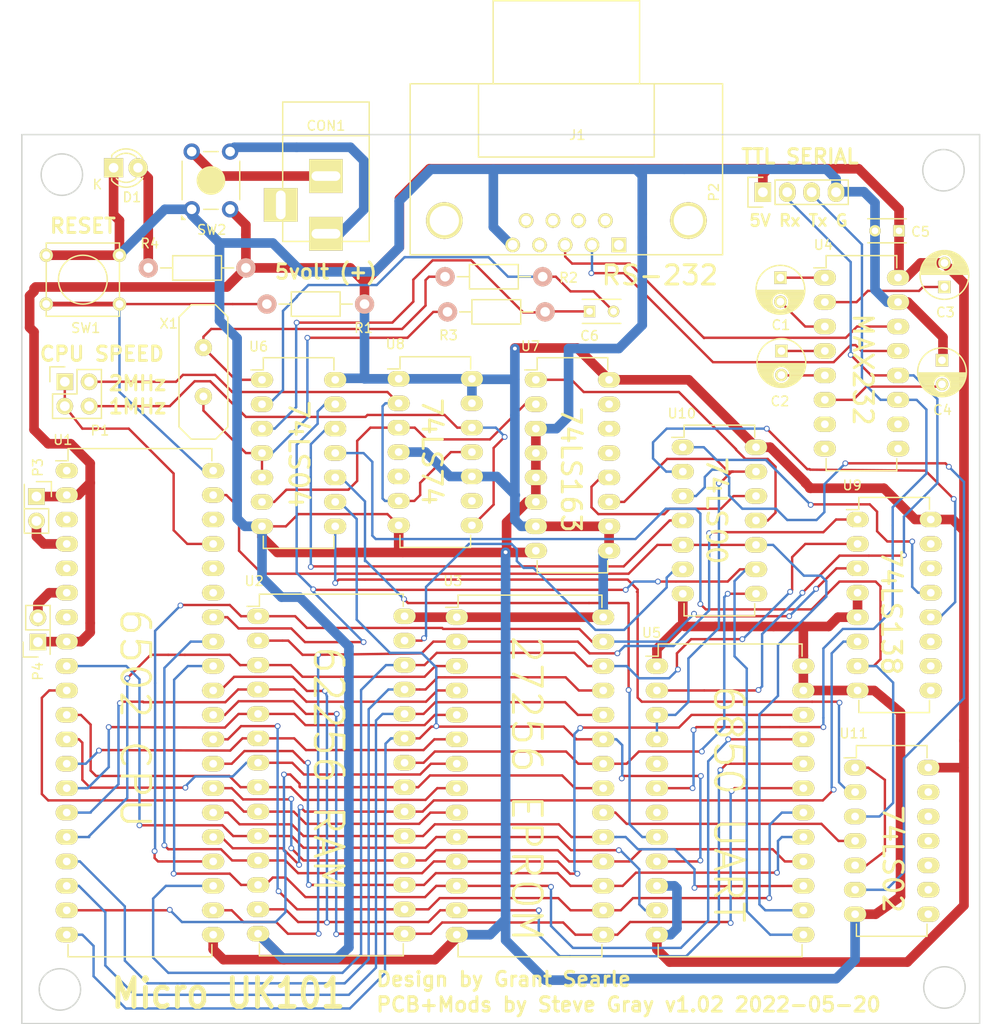
<source format=kicad_pcb>
(kicad_pcb (version 20211014) (generator pcbnew)
  (layers (0 "F.Cu" signal) (31 "B.Cu" signal) (34 "B.Paste" user) (35 "F.Paste" user) (36 "B.SilkS" user "B.Silkscreen") (37 "F.SilkS" user "F.Silkscreen") (38 "B.Mask" user) (39 "F.Mask" user) (44 "Edge.Cuts" user))
  (net 0 "")
  (net 1 "Net-(C1-Pad1)")
  (net 2 "Net-(C1-Pad2)")
  (net 3 "Net-(C2-Pad1)")
  (net 4 "Net-(C2-Pad2)")
  (net 5 "Net-(C3-Pad1)")
  (net 6 "Net-(C4-Pad2)")
  (net 7 "Net-(C6-Pad1)")
  (net 8 "Net-(C6-Pad2)")
  (net 9 "5V")
  (net 10 "GND")
  (net 11 "Rx")
  (net 12 "Tx")
  (net 13 "CLOCK")
  (net 14 "2MHz")
  (net 15 "1MHz")
  (net 16 "Net-(R2-Pad2)")
  (net 17 "Net-(R3-Pad1)")
  (net 18 "A0")
  (net 19 "A1")
  (net 20 "A2")
  (net 21 "A3")
  (net 22 "A4")
  (net 23 "A5")
  (net 24 "A6")
  (net 25 "A7")
  (net 26 "A8")
  (net 27 "A9")
  (net 28 "A10")
  (net 29 "A11")
  (net 30 "A12")
  (net 31 "A13")
  (net 32 "A14")
  (net 33 "A15")
  (net 34 "D7")
  (net 35 "D6")
  (net 36 "D5")
  (net 37 "D4")
  (net 38 "D3")
  (net 39 "D2")
  (net 40 "D1")
  (net 41 "D0")
  (net 43 "Phi2")
  (net 44 "~{READ}")
  (net 45 "CS_ROM")
  (net 46 "BAUDCLK")
  (net 47 "CS_ACIA")
  (net 48 "4MHz")
  (net 49 "Net-(U11-Pad2)")
  (net 50 "Fxxx")
  (net 51 "Net-(U10-Pad4)")
  (net 52 "Net-(U10-Pad11)")
  (net 53 "Net-(U10-Pad12)")
  (net 54 "Bxxx")
  (net 55 "Axxx")
  (net 56 "Net-(U10-Pad3)")
  (net 57 "Net-(U11-Pad1)")
  (net 58 "Net-(CON1-Pad1)")
  (net 59 "Net-(CON1-Pad2)")
  (net 60 "Net-(D1-Pad2)")
  (net 61 "TTL_Rx")
  (net 62 "TTL_Tx")
  (net 63 "~{IRQ}")
  (net 64 "~{NMI}")
  (net 65 "RESET")
  (net 66 "~{WRITE}")
  (net 74 "VSS")
  (net 77 "R{slash}~{W}")
  (net 91 "Exxx")
  (net 92 "Dxxx")
  (net 93 "Cxxx")
  (net 94 "9xxx")
  (net 95 "8xxx")
  (footprint "Capacitors_ThroughHole:C_Rect_L4_W2.5_P2.5" (layer "F.Cu") (at 124.46 47.4472 180)
    (fp_text reference "C5")
    (fp_text value "0.1uf")
  )
  (footprint "Capacitors_ThroughHole:C_Rect_L4_W2.5_P2.5" (layer "F.Cu") (at 92.2528 55.8292)
    (fp_text reference "C6")
    (fp_text value "470pF")
  )
  (footprint "Connect:BARREL_JACK" (layer "F.Cu") (at 64.8208 41.5544 -90)
    (fp_text reference "CON1")
    (fp_text value "BARREL_JACK")
  )
  (footprint "Pin_Headers:Pin_Header_Straight_2x02" (layer "F.Cu") (at 37.6428 63.1444)
    (fp_text reference "P1")
    (fp_text value "CONN_02X02")
  )
  (footprint "Resistors_ThroughHole:Resistor_Horizontal_RM10mm" (layer "F.Cu") (at 68.834 55.0672 180)
    (fp_text reference "R1")
    (fp_text value "4K7")
  )
  (footprint "Resistors_ThroughHole:Resistor_Horizontal_RM10mm" (layer "F.Cu") (at 87.376 52.2224 180)
    (fp_text reference "R2")
    (fp_text value "680")
  )
  (footprint "Resistors_ThroughHole:Resistor_Horizontal_RM10mm" (layer "F.Cu") (at 77.47 55.88)
    (fp_text reference "R3")
    (fp_text value "680")
  )
  (footprint "Buttons_Switches_ThroughHole:SW_PUSH_SMALL" (layer "F.Cu") (at 39.5224 52.5272 180)
    (fp_text reference "SW1")
    (fp_text value "SW_PUSH")
  )
  (footprint "Housings_DIP:DIP-40_W15.24mm_LongPads" (layer "F.Cu") (at 37.846 72.39)
    (fp_text reference "U1")
    (fp_text value "6502")
  )
  (footprint "Housings_DIP:DIP-16_W7.62mm_LongPads" (layer "F.Cu") (at 116.7384 52.324)
    (fp_text reference "U4")
    (fp_text value "MAX232")
  )
  (footprint "Housings_DIP:DIP-14_W7.62mm_LongPads" (layer "F.Cu") (at 58.166 62.9412)
    (fp_text reference "U6")
    (fp_text value "74LS04")
  )
  (footprint "Housings_DIP:DIP-16_W7.62mm_LongPads" (layer "F.Cu") (at 86.6648 62.9412)
    (fp_text reference "U7")
    (fp_text value "74LS163")
  )
  (footprint "Housings_DIP:DIP-14_W7.62mm_LongPads" (layer "F.Cu") (at 72.39 62.8396)
    (fp_text reference "U8")
    (fp_text value "74LS74")
  )
  (footprint "Housings_DIP:DIP-16_W7.62mm_LongPads" (layer "F.Cu") (at 120.142 77.47)
    (fp_text reference "U9")
    (fp_text value "74LS138")
  )
  (footprint "Housings_DIP:DIP-14_W7.62mm_LongPads" (layer "F.Cu") (at 101.9556 69.9516)
    (fp_text reference "U10")
    (fp_text value "74LS00")
  )
  (footprint "Housings_DIP:DIP-14_W7.62mm_LongPads" (layer "F.Cu") (at 119.888 103.2764)
    (fp_text reference "U11")
    (fp_text value "74LS02")
  )
  (footprint "Crystals:HC-18UV" (layer "F.Cu") (at 52.07 62.1284 -90)
    (fp_text reference "X1")
    (fp_text value "Crystal")
  )
  (footprint "Housings_DIP:DIP-28_W15.24mm_LongPads" (layer "F.Cu") (at 57.7596 87.5284)
    (fp_text reference "U2")
    (fp_text value "HM62256BLSP-7")
  )
  (footprint "Housings_DIP:DIP-28_W15.24mm_LongPads" (layer "F.Cu") (at 78.4352 87.63)
    (fp_text reference "U3")
    (fp_text value "27256")
  )
  (footprint "Housings_DIP:DIP-24_W15.24mm_LongPads" (layer "F.Cu") (at 99.2632 92.71)
    (fp_text reference "U5")
    (fp_text value "6850")
  )
  (footprint "LEDs:LED-3MM" (layer "F.Cu") (at 42.7228 40.894)
    (fp_text reference "D1")
    (fp_text value "LED")
  )
  (footprint "Resistors_ThroughHole:Resistor_Horizontal_RM10mm" (layer "F.Cu") (at 56.4896 51.308 180)
    (fp_text reference "R4")
    (fp_text value "470")
  )
  (footprint "Capacitors_ThroughHole:C_Radial_D5_L6_P2.5" (layer "F.Cu") (at 112.1156 52.324 -90)
    (fp_text reference "C1")
    (fp_text value "0.1uf")
  )
  (footprint "Capacitors_ThroughHole:C_Radial_D5_L6_P2.5" (layer "F.Cu") (at 112.2172 59.944 -90)
    (fp_text reference "C2")
    (fp_text value "0.1uf")
  )
  (footprint "Capacitors_ThroughHole:C_Radial_D5_L6_P2.5" (layer "F.Cu") (at 129.1844 53.2892 90)
    (fp_text reference "C3")
    (fp_text value "0.1uf")
  )
  (footprint "Capacitors_ThroughHole:C_Radial_D5_L6_P2.5" (layer "F.Cu") (at 128.9304 60.9092 -90)
    (fp_text reference "C4")
    (fp_text value "0.1uf")
  )
  (footprint "Buttons_Switches_ThroughHole:SW_TH_Tactile_Omron_B3F-10xx" (layer "F.Cu") (at 50.8508 45.212 90)
    (fp_text reference "SW2")
    (fp_text value "Switch_DPST")
  )
  (footprint "Pin_Headers:Pin_Header_Straight_1x04" (layer "F.Cu") (at 110.2868 43.434 90)
    (fp_text reference "P2")
    (fp_text value "CONN_01X04")
  )
  (footprint "Pin_Headers:Pin_Header_Straight_2x01" (layer "F.Cu") (at 34.6964 75.0824 -90)
    (fp_text reference "P3")
    (fp_text value "CONN_02X01")
  )
  (footprint "Pin_Headers:Pin_Header_Straight_2x01" (layer "F.Cu") (at 34.8488 90.2208 90)
    (fp_text reference "P4")
    (fp_text value "CONN_02X01")
  )
  (footprint "Connect:DB9MC" (layer "F.Cu") (at 89.7128 47.6504)
    (fp_text reference "J1")
    (fp_text value "DB9")
  )
  (gr_circle (center 37.338 41.6052) (end 38.862 43.1292) (layer "Edge.Cuts") (width 0.15) (fill none))
  (gr_circle (center 129.1844 126.1364) (end 130.7084 127.6604) (layer "Edge.Cuts") (width 0.15) (fill none))
  (gr_circle (center 37.1348 126.3396) (end 38.6588 127.8636) (layer "Edge.Cuts") (width 0.15) (fill none))
  (gr_line (start 33.1724 37.4396) (end 132.842 37.4396) (layer "Edge.Cuts") (width 0.15))
  (gr_line (start 132.842 37.4396) (end 132.842 129.8956) (layer "Edge.Cuts") (width 0.15))
  (gr_circle (center 129.0828 41.148) (end 130.6068 42.672) (layer "Edge.Cuts") (width 0.15) (fill none))
  (gr_line (start 33.1724 129.8956) (end 33.1724 37.4396) (layer "Edge.Cuts") (width 0.15))
  (gr_line (start 132.842 129.8956) (end 33.1724 129.8956) (layer "Edge.Cuts") (width 0.15))
  (gr_text "Micro UK101" (at 54.6608 126.746) (layer "F.SilkS") (effects (font (size 3 2.5) (thickness 0.5))))
  (gr_text "RS-232" (at 99.568 52.07) (layer "F.SilkS") (effects (font (size 2 2) (thickness 0.3))))
  (gr_text "RESET" (at 39.5224 46.9392) (layer "F.SilkS") (effects (font (size 1.5 1.5) (thickness 0.3))))
  (gr_text "74LS00" (at 105.4608 76.5556 270) (layer "F.SilkS") (effects (font (size 2 2) (thickness 0.3))))
  (gr_text "6850 UART" (at 106.7308 107.0864 270) (layer "F.SilkS") (effects (font (size 3 3) (thickness 0.3))))
  (gr_text "PCB+Mods by Steve Gray v1.02 2022-05-20" (at 69.9008 127.9144) (layer "F.SilkS") (effects (font (size 1.5 1.5) (thickness 0.3)) (justify left)))
  (gr_text "TTL SERIAL" (at 114.1476 39.7256) (layer "F.SilkS") (effects (font (size 1.5 1.5) (thickness 0.3))))
  (gr_text "5V Rx Tx G" (at 113.9952 46.3804) (layer "F.SilkS") (effects (font (size 1.2 1.2) (thickness 0.25))))
  (gr_text "27256 EPROM" (at 85.6996 105.4608 270) (layer "F.SilkS") (effects (font (size 3 3) (thickness 0.3))))
  (gr_text "74LS138" (at 123.6472 87.122 270) (layer "F.SilkS") (effects (font (size 2 2) (thickness 0.3))))
  (gr_text "CPU SPEED" (at 41.5036 60.2488) (layer "F.SilkS") (effects (font (size 1.5 1.5) (thickness 0.3))))
  (gr_text "6502 CPU" (at 44.958 98.1456 270) (layer "F.SilkS") (effects (font (size 3 3) (thickness 0.3))))
  (gr_text "MAX232" (at 120.7008 61.8744 270) (layer "F.SilkS") (effects (font (size 2 2) (thickness 0.3))))
  (gr_text "74LS04" (at 61.976 70.6628 270) (layer "F.SilkS") (effects (font (size 2 2) (thickness 0.3))))
  (gr_text "74LS163" (at 90.3224 72.2884 270) (layer "F.SilkS") (effects (font (size 2 2) (thickness 0.3))))
  (gr_text "2MHz\n1MHz" (at 45.212 64.516) (layer "F.SilkS") (effects (font (size 1.5 1.5) (thickness 0.3))))
  (gr_text "Design by Grant Searle" (at 69.9008 125.2728) (layer "F.SilkS") (effects (font (size 1.5 1.5) (thickness 0.3)) (justify left)))
  (gr_text "5volt (+)" (at 64.8208 51.7144) (layer "F.SilkS") (effects (font (size 1.5 1.5) (thickness 0.3))))
  (gr_text "74LS02" (at 123.7996 112.776 270) (layer "F.SilkS") (effects (font (size 2 2) (thickness 0.3))))
  (gr_text "74LS74" (at 75.8444 70.4088 270) (layer "F.SilkS") (effects (font (size 2 2) (thickness 0.3))))
  (gr_text "62256 RAM" (at 65.0748 103.4288 270) (layer "F.SilkS") (effects (font (size 3 3) (thickness 0.3))))
  (segment (start 112.1156 52.324) (end 116.7384 52.324) (width 0.25) (layer "F.Cu") (net 1))
  (segment (start 114.6956 57.404) (end 112.1156 54.824) (width 0.25) (layer "F.Cu") (net 2))
  (segment (start 116.7384 57.404) (end 114.6956 57.404) (width 0.25) (layer "F.Cu") (net 2))
  (segment (start 116.7384 59.944) (end 112.2172 59.944) (width 0.25) (layer "F.Cu") (net 3))
  (segment (start 112.2572 62.484) (end 112.2172 62.444) (width 0.25) (layer "F.Cu") (net 4))
  (segment (start 116.7384 62.484) (end 112.2572 62.484) (width 0.25) (layer "F.Cu") (net 4))
  (segment (start 126.9492 53.2892) (end 126.5428 53.6956) (width 0.25) (layer "F.Cu") (net 5))
  (segment (start 126.5428 53.6956) (end 121.2088 53.6956) (width 0.25) (layer "F.Cu") (net 5))
  (segment (start 121.2088 53.6956) (end 120.0404 54.864) (width 0.25) (layer "F.Cu") (net 5))
  (segment (start 120.0404 54.864) (end 116.7384 54.864) (width 0.25) (layer "F.Cu") (net 5))
  (segment (start 129.1844 53.2892) (end 126.9492 53.2892) (width 0.25) (layer "F.Cu") (net 5))
  (segment (start 119.6848 65.024) (end 121.0564 63.6524) (width 0.25) (layer "F.Cu") (net 6))
  (segment (start 121.0564 63.6524) (end 128.6872 63.6524) (width 0.25) (layer "F.Cu") (net 6))
  (segment (start 128.6872 63.6524) (end 128.9304 63.4092) (width 0.25) (layer "F.Cu") (net 6))
  (segment (start 116.7384 65.024) (end 119.6848 65.024) (width 0.25) (layer "F.Cu") (net 6))
  (segment (start 87.6808 55.8292) (end 87.63 55.88) (width 0.25) (layer "F.Cu") (net 7))
  (segment (start 85.344 55.9308) (end 87.5792 55.9308) (width 0.25) (layer "F.Cu") (net 7))
  (segment (start 87.5792 55.9308) (end 87.63 55.88) (width 0.25) (layer "F.Cu") (net 7))
  (segment (start 79.9338 50.5206) (end 85.344 55.9308) (width 0.25) (layer "F.Cu") (net 7))
  (segment (start 75.9206 50.5206) (end 73.914 52.5272) (width 0.25) (layer "F.Cu") (net 7))
  (segment (start 73.914 52.5272) (end 73.914 54.8132) (width 0.25) (layer "F.Cu") (net 7))
  (segment (start 73.914 54.8132) (end 71.7296 56.9976) (width 0.25) (layer "F.Cu") (net 7))
  (segment (start 71.7296 56.9976) (end 61.7728 56.9976) (width 0.25) (layer "F.Cu") (net 7))
  (segment (start 79.9338 50.5206) (end 75.9206 50.5206) (width 0.25) (layer "F.Cu") (net 7))
  (segment (start 92.2528 55.8292) (end 87.6808 55.8292) (width 0.25) (layer "F.Cu") (net 7))
  (via (at 61.7728 56.9976) (size 0.6) (drill 0.4) (layers "F.Cu" "B.Cu") (net 7))
  (segment (start 61.722 65.786) (end 61.722 60.6044) (width 0.25) (layer "B.Cu") (net 7))
  (segment (start 61.7728 56.9976) (end 61.722 56.9976) (width 0.25) (layer "B.Cu") (net 7))
  (segment (start 58.166 68.0212) (end 59.4868 68.0212) (width 0.25) (layer "B.Cu") (net 7))
  (segment (start 61.722 60.6044) (end 61.722 56.9976) (width 0.25) (layer "B.Cu") (net 7))
  (segment (start 59.4868 68.0212) (end 61.722 65.786) (width 0.25) (layer "B.Cu") (net 7))
  (segment (start 88.7476 52.2224) (end 90.2716 53.7464) (width 0.25) (layer "F.Cu") (net 8))
  (segment (start 90.2716 53.7464) (end 92.67 53.7464) (width 0.25) (layer "F.Cu") (net 8))
  (segment (start 92.67 53.7464) (end 94.7528 55.8292) (width 0.25) (layer "F.Cu") (net 8))
  (segment (start 87.376 52.2224) (end 88.7476 52.2224) (width 0.25) (layer "F.Cu") (net 8))
  (segment (start 60.3504 55.7784) (end 60.3504 57.5564) (width 0.25) (layer "B.Cu") (net 8))
  (segment (start 58.8772 65.4812) (end 60.3504 64.008) (width 0.25) (layer "B.Cu") (net 8))
  (segment (start 60.3504 64.008) (end 60.3504 57.5564) (width 0.25) (layer "B.Cu") (net 8))
  (segment (start 61.7982 54.3306) (end 60.3504 55.7784) (width 0.25) (layer "B.Cu") (net 8))
  (segment (start 61.7982 54.2798) (end 62.992 53.086) (width 0.25) (layer "B.Cu") (net 8))
  (segment (start 81.7372 50.1904) (end 83.7692 52.2224) (width 0.25) (layer "B.Cu") (net 8))
  (segment (start 73.1012 50.1904) (end 81.7372 50.1904) (width 0.25) (layer "B.Cu") (net 8))
  (segment (start 72.9996 50.1904) (end 70.104 53.086) (width 0.25) (layer "B.Cu") (net 8))
  (segment (start 70.104 53.086) (end 62.992 53.086) (width 0.25) (layer "B.Cu") (net 8))
  (segment (start 58.166 65.4812) (end 58.8772 65.4812) (width 0.25) (layer "B.Cu") (net 8))
  (segment (start 87.376 52.2224) (end 83.7692 52.2224) (width 0.25) (layer "B.Cu") (net 8))
  (segment (start 73.1012 50.1904) (end 72.9996 50.1904) (width 0.25) (layer "B.Cu") (net 8))
  (segment (start 61.7982 54.3306) (end 61.7982 54.2798) (width 0.25) (layer "B.Cu") (net 8))
  (segment (start 125.1712 52.324) (end 126.706 50.7892) (width 1) (layer "F.Cu") (net 9))
  (segment (start 126.706 50.7892) (end 129.1844 50.7892) (width 1) (layer "F.Cu") (net 9))
  (segment (start 124.46 52.2224) (end 124.3584 52.324) (width 0.25) (layer "F.Cu") (net 9))
  (segment (start 56.4896 46.8508) (end 54.8508 45.212) (width 1) (layer "F.Cu") (net 9))
  (segment (start 131.2164 100.4824) (end 131.2164 78.6384) (width 1) (layer "F.Cu") (net 9))
  (segment (start 131.2164 78.6384) (end 130.048 77.47) (width 1) (layer "F.Cu") (net 9))
  (segment (start 130.048 77.47) (end 127.762 77.47) (width 1) (layer "F.Cu") (net 9))
  (segment (start 129.1844 50.8508) (end 131.2164 52.8828) (width 1) (layer "F.Cu") (net 9))
  (segment (start 131.2164 52.8828) (end 131.2164 78.6384) (width 1) (layer "F.Cu") (net 9))
  (segment (start 126.1364 77.47) (end 122.8852 74.2188) (width 1) (layer "F.Cu") (net 9))
  (segment (start 122.8852 74.2188) (end 115.2652 74.2188) (width 1) (layer "F.Cu") (net 9))
  (segment (start 112.4204 71.3232) (end 111.0488 69.9516) (width 1) (layer "F.Cu") (net 9))
  (segment (start 109.5756 69.9516) (end 111.0488 69.9516) (width 1) (layer "F.Cu") (net 9))
  (segment (start 73.1012 87.63) (end 72.9996 87.5284) (width 0.25) (layer "F.Cu") (net 9))
  (segment (start 90.9828 59.6392) (end 94.2848 62.9412) (width 1) (layer "F.Cu") (net 9))
  (segment (start 34.4424 53.4416) (end 34.5948 53.2892) (width 0.25) (layer "F.Cu") (net 9))
  (segment (start 34.5948 53.2892) (end 54.5084 53.2892) (width 1) (layer "F.Cu") (net 9))
  (segment (start 54.5084 53.2892) (end 56.4896 51.308) (width 1) (layer "F.Cu") (net 9))
  (segment (start 34.4424 53.7464) (end 33.9852 54.2036) (width 1) (layer "F.Cu") (net 9))
  (segment (start 33.9852 54.2036) (end 33.9852 57.5056) (width 1) (layer "F.Cu") (net 9))
  (segment (start 102.5652 62.9412) (end 109.5756 69.9516) (width 1) (layer "F.Cu") (net 9))
  (segment (start 56.4896 47.8536) (end 56.4896 46.8508) (width 1) (layer "F.Cu") (net 9))
  (segment (start 84.4804 59.69) (end 84.4804 59.6392) (width 1) (layer "F.Cu") (net 9))
  (segment (start 84.4804 59.6392) (end 90.9828 59.6392) (width 1) (layer "F.Cu") (net 9))
  (segment (start 131.2164 117.602) (end 125.3236 123.4948) (width 1) (layer "F.Cu") (net 9))
  (segment (start 125.3236 123.4948) (end 100.584 123.4948) (width 1) (layer "F.Cu") (net 9))
  (segment (start 100.584 123.4948) (end 99.2632 122.174) (width 1) (layer "F.Cu") (net 9))
  (segment (start 99.2632 122.174) (end 99.2632 120.65) (width 1) (layer "F.Cu") (net 9))
  (segment (start 131.2164 103.2764) (end 131.2164 117.602) (width 1) (layer "F.Cu") (net 9))
  (segment (start 34.4424 57.9628) (end 33.9852 57.5056) (width 1) (layer "F.Cu") (net 9))
  (segment (start 124.46 45.212) (end 120.2436 40.9956) (width 1) (layer "F.Cu") (net 9))
  (segment (start 120.2436 40.9956) (end 110.8456 40.9956) (width 1) (layer "F.Cu") (net 9))
  (segment (start 110.8456 40.9956) (end 110.2868 41.5544) (width 1) (layer "F.Cu") (net 9))
  (segment (start 110.2868 41.5544) (end 110.2868 43.434) (width 1) (layer "F.Cu") (net 9))
  (segment (start 40.2844 88.2396) (end 40.2844 73.66) (width 1) (layer "F.Cu") (net 9))
  (segment (start 40.2844 71.628) (end 38.2524 69.596) (width 1) (layer "F.Cu") (net 9))
  (segment (start 38.2524 69.596) (end 35.9156 69.596) (width 1) (layer "F.Cu") (net 9))
  (segment (start 35.9156 69.596) (end 34.4424 68.1228) (width 1) (layer "F.Cu") (net 9))
  (segment (start 34.4424 68.1228) (end 34.4424 57.9628) (width 1) (layer "F.Cu") (net 9))
  (segment (start 39.0144 74.93) (end 40.2844 73.66) (width 1) (layer "F.Cu") (net 9))
  (segment (start 40.2844 73.66) (end 40.2844 71.628) (width 1) (layer "F.Cu") (net 9))
  (segment (start 37.6936 75.0824) (end 37.846 74.93) (width 1) (layer "F.Cu") (net 9))
  (segment (start 114.7064 73.6092) (end 114.7064 73.66) (width 1) (layer "F.Cu") (net 9))
  (segment (start 114.7064 73.66) (end 115.2652 74.2188) (width 1) (layer "F.Cu") (net 9))
  (segment (start 115.2652 74.2188) (end 115.1636 74.2188) (width 1) (layer "F.Cu") (net 9))
  (segment (start 37.846 90.17) (end 34.8996 90.17) (width 1) (layer "F.Cu") (net 9))
  (segment (start 39.3192 90.17) (end 37.846 90.17) (width 1) (layer "F.Cu") (net 9))
  (segment (start 75.5904 40.9956) (end 110.8456 40.9956) (width 1) (layer "F.Cu") (net 9))
  (segment (start 124.46 47.4472) (end 124.46 52.2224) (width 1) (layer "F.Cu") (net 9))
  (segment (start 129.1844 50.7892) (end 129.1844 50.8508) (width 0.25) (layer "F.Cu") (net 9))
  (segment (start 94.2848 62.9412) (end 102.5652 62.9412) (width 1) (layer "F.Cu") (net 9))
  (segment (start 72.4662 44.1198) (end 75.5904 40.9956) (width 1) (layer "F.Cu") (net 9))
  (segment (start 94.2848 78.1812) (end 86.6648 78.1812) (width 1) (layer "F.Cu") (net 9))
  (segment (start 127.762 77.47) (end 126.1364 77.47) (width 1) (layer "F.Cu") (net 9))
  (segment (start 67.3608 51.308) (end 68.834 52.7812) (width 1) (layer "F.Cu") (net 9))
  (segment (start 68.834 55.0672) (end 68.834 52.7812) (width 1) (layer "F.Cu") (net 9))
  (segment (start 72.4662 49.149) (end 72.4662 44.1198) (width 1) (layer "F.Cu") (net 9))
  (segment (start 40.2844 89.2048) (end 39.3192 90.17) (width 1) (layer "F.Cu") (net 9))
  (segment (start 78.4352 87.63) (end 73.1012 87.63) (width 1) (layer "F.Cu") (net 9))
  (segment (start 56.4896 51.308) (end 56.4896 47.8536) (width 1) (layer "F.Cu") (net 9))
  (segment (start 127.508 103.2764) (end 131.2164 103.2764) (width 1) (layer "F.Cu") (net 9))
  (segment (start 56.4896 51.308) (end 67.3608 51.308) (width 1) (layer "F.Cu") (net 9))
  (segment (start 124.3584 52.324) (end 125.1712 52.324) (width 1) (layer "F.Cu") (net 9))
  (segment (start 69.9008 51.7144) (end 72.4662 49.149) (width 1) (layer "F.Cu") (net 9))
  (segment (start 78.4352 87.63) (end 93.6752 87.63) (width 1) (layer "F.Cu") (net 9))
  (segment (start 40.2844 88.2396) (end 40.2844 89.2048) (width 1) (layer "F.Cu") (net 9))
  (segment (start 109.5756 69.9516) (end 102.9716 63.3476) (width 0.25) (layer "F.Cu") (net 9))
  (segment (start 94.2848 80.7212) (end 94.2848 78.1812) (width 1) (layer "F.Cu") (net 9))
  (segment (start 37.846 74.93) (end 39.0144 74.93) (width 1) (layer "F.Cu") (net 9))
  (segment (start 34.6964 75.0824) (end 37.6936 75.0824) (width 1) (layer "F.Cu") (net 9))
  (segment (start 112.4204 71.3232) (end 114.7064 73.6092) (width 1) (layer "F.Cu") (net 9))
  (segment (start 124.46 47.4472) (end 124.46 45.212) (width 1) (layer "F.Cu") (net 9))
  (segment (start 131.2164 100.4824) (end 131.2164 103.2764) (width 1) (layer "F.Cu") (net 9))
  (segment (start 68.834 52.7812) (end 69.9008 51.7144) (width 1) (layer "F.Cu") (net 9))
  (segment (start 34.4424 53.4416) (end 34.4424 53.7464) (width 1) (layer "F.Cu") (net 9))
  (segment (start 34.8996 90.17) (end 34.8488 90.2208) (width 1) (layer "F.Cu") (net 9))
  (via (at 84.4804 59.69) (size 0.6) (drill 0.4) (layers "F.Cu" "B.Cu") (net 9))
  (segment (start 100.6856 120.65) (end 101.346 119.9896) (width 1) (layer "B.Cu") (net 9))
  (segment (start 101.346 119.9896) (end 101.346 115.824) (width 1) (layer "B.Cu") (net 9))
  (segment (start 101.346 115.824) (end 101.092 115.57) (width 1) (layer "B.Cu") (net 9))
  (segment (start 101.092 115.57) (end 99.2632 115.57) (width 1) (layer "B.Cu") (net 9))
  (segment (start 86.6648 78.1812) (end 85.2932 78.1812) (width 1) (layer "B.Cu") (net 9))
  (segment (start 84.5312 74.93) (end 82.6008 72.9996) (width 1) (layer "B.Cu") (net 9))
  (segment (start 82.6008 72.9996) (end 80.01 72.9996) (width 1) (layer "B.Cu") (net 9))
  (segment (start 84.4804 66.6496) (end 84.4804 74.8792) (width 1) (layer "B.Cu") (net 9))
  (segment (start 84.4804 74.8792) (end 84.5312 74.93) (width 0.25) (layer "B.Cu") (net 9))
  (segment (start 77.724 72.9996) (end 75.184 70.4596) (width 1) (layer "B.Cu") (net 9))
  (segment (start 75.184 70.4596) (end 72.39 70.4596) (width 1) (layer "B.Cu") (net 9))
  (segment (start 85.1408 78.1812) (end 84.4804 77.5208) (width 1) (layer "B.Cu") (net 9))
  (segment (start 84.4804 77.5208) (end 84.4804 74.8792) (width 1) (layer "B.Cu") (net 9))
  (segment (start 94.0308 80.7212) (end 93.6752 81.0768) (width 1) (layer "B.Cu") (net 9))
  (segment (start 93.6752 81.0768) (end 93.6752 87.63) (width 1) (layer "B.Cu") (net 9))
  (segment (start 68.834 62.8396) (end 72.39 62.8396) (width 1) (layer "B.Cu") (net 9))
  (segment (start 68.834 62.7888) (end 68.834 62.8396) (width 1) (layer "B.Cu") (net 9))
  (segment (start 65.9384 62.7888) (end 65.786 62.9412) (width 1) (layer "B.Cu") (net 9))
  (segment (start 80.01 62.8396) (end 80.0608 62.8904) (width 1) (layer "B.Cu") (net 9))
  (segment (start 80.0608 62.8904) (end 84.4804 62.8904) (width 1) (layer "B.Cu") (net 9))
  (segment (start 84.4804 62.8904) (end 84.4804 59.69) (width 1) (layer "B.Cu") (net 9))
  (segment (start 68.834 55.0672) (end 68.834 62.7888) (width 1) (layer "B.Cu") (net 9))
  (segment (start 80.01 65.3796) (end 80.01 62.8396) (width 1) (layer "B.Cu") (net 9))
  (segment (start 72.39 62.8396) (end 80.01 62.8396) (width 1) (layer "B.Cu") (net 9))
  (segment (start 68.834 62.7888) (end 65.9384 62.7888) (width 1) (layer "B.Cu") (net 9))
  (segment (start 84.4804 66.6496) (end 84.4804 62.8904) (width 1) (layer "B.Cu") (net 9))
  (segment (start 99.2632 120.65) (end 100.6856 120.65) (width 1) (layer "B.Cu") (net 9))
  (segment (start 85.2932 78.1812) (end 85.1408 78.1812) (width 1) (layer "B.Cu") (net 9))
  (segment (start 80.01 72.9996) (end 77.724 72.9996) (width 1) (layer "B.Cu") (net 9))
  (segment (start 94.2848 80.7212) (end 94.0308 80.7212) (width 1) (layer "B.Cu") (net 9))
  (segment (start 86.6648 78.1812) (end 85.6996 78.1812) (width 0.25) (layer "B.Cu") (net 9))
  (segment (start 125.3744 54.864) (end 129.032 58.5216) (width 1) (layer "F.Cu") (net 10))
  (segment (start 129.032 58.5216) (end 129.032 60.8076) (width 1) (layer "F.Cu") (net 10))
  (segment (start 129.032 60.8076) (end 128.9304 60.9092) (width 0.25) (layer "F.Cu") (net 10))
  (segment (start 43.3324 49.9872) (end 43.3324 46.3804) (width 1) (layer "F.Cu") (net 10))
  (segment (start 43.3324 46.3804) (end 42.7228 45.7708) (width 1) (layer "F.Cu") (net 10))
  (segment (start 42.7228 45.7708) (end 42.7228 40.894) (width 1) (layer "F.Cu") (net 10))
  (segment (start 117.2972 95.25) (end 114.5032 95.25) (width 1) (layer "F.Cu") (net 10))
  (segment (start 99.2632 90.932) (end 101.6 88.5952) (width 1) (layer "F.Cu") (net 10))
  (segment (start 101.6 88.5952) (end 102.1588 88.5952) (width 0.25) (layer "F.Cu") (net 10))
  (segment (start 111.4044 88.5952) (end 105.3592 88.5952) (width 1) (layer "F.Cu") (net 10))
  (segment (start 117.1448 88.5952) (end 118.11 87.63) (width 1) (layer "F.Cu") (net 10))
  (segment (start 118.11 87.63) (end 120.142 87.63) (width 1) (layer "F.Cu") (net 10))
  (segment (start 78.4352 120.9548) (end 76.1492 123.2408) (width 1) (layer "F.Cu") (net 10))
  (segment (start 76.1492 123.2408) (end 60.452 123.2408) (width 1) (layer "F.Cu") (net 10))
  (segment (start 60.452 123.2408) (end 57.7596 120.5484) (width 1) (layer "F.Cu") (net 10))
  (segment (start 121.8692 95.25) (end 124.6124 97.536) (width 1) (layer "F.Cu") (net 10))
  (segment (start 124.6124 97.536) (end 124.6124 116.6876) (width 1) (layer "F.Cu") (net 10))
  (segment (start 124.6124 116.6876) (end 122.0216 118.5164) (width 1) (layer "F.Cu") (net 10))
  (segment (start 122.0216 118.5164) (end 119.888 118.5164) (width 1) (layer "F.Cu") (net 10))
  (segment (start 86.6648 70.5612) (end 86.6648 73.1012) (width 1) (layer "F.Cu") (net 10))
  (segment (start 86.6648 73.1012) (end 86.6648 75.6412) (width 1) (layer "F.Cu") (net 10))
  (segment (start 114.5032 88.5952) (end 117.1448 88.5952) (width 1) (layer "F.Cu") (net 10))
  (segment (start 101.9556 88.392) (end 102.1588 88.5952) (width 0.25) (layer "F.Cu") (net 10))
  (segment (start 102.1588 88.5952) (end 105.3592 88.5952) (width 1) (layer "F.Cu") (net 10))
  (segment (start 85.7504 75.6412) (end 83.6168 77.7748) (width 1) (layer "F.Cu") (net 10))
  (segment (start 83.6168 77.7748) (end 83.6168 80.9244) (width 1) (layer "F.Cu") (net 10))
  (segment (start 83.82 80.7212) (end 86.6648 80.7212) (width 0.25) (layer "F.Cu") (net 10))
  (segment (start 86.487 80.899) (end 86.6648 80.7212) (width 0.25) (layer "F.Cu") (net 10))
  (segment (start 58.166 79.2988) (end 59.7662 80.899) (width 1) (layer "F.Cu") (net 10))
  (segment (start 59.7662 80.899) (end 72.8218 80.899) (width 1) (layer "F.Cu") (net 10))
  (segment (start 83.5152 80.8736) (end 83.5152 80.899) (width 0.25) (layer "F.Cu") (net 10))
  (segment (start 83.5152 80.899) (end 86.487 80.899) (width 1) (layer "F.Cu") (net 10))
  (segment (start 60.6552 78.1812) (end 61.9252 76.9112) (width 0.25) (layer "F.Cu") (net 10))
  (segment (start 61.9252 76.9112) (end 71.2216 76.9112) (width 0.25) (layer "F.Cu") (net 10))
  (segment (start 71.2216 76.9112) (end 72.39 78.0796) (width 0.25) (layer "F.Cu") (net 10))
  (segment (start 54.1528 123.2408) (end 53.086 122.174) (width 1) (layer "F.Cu") (net 10))
  (segment (start 53.086 122.174) (end 53.086 120.65) (width 1) (layer "F.Cu") (net 10))
  (segment (start 72.8218 80.899) (end 83.5152 80.899) (width 1) (layer "F.Cu") (net 10))
  (segment (start 58.166 78.1812) (end 58.166 79.2988) (width 1) (layer "F.Cu") (net 10))
  (segment (start 58.166 78.1812) (end 60.6552 78.1812) (width 0.25) (layer "F.Cu") (net 10))
  (segment (start 114.5032 91.6432) (end 114.5032 88.5952) (width 1) (layer "F.Cu") (net 10))
  (segment (start 86.6648 75.6412) (end 85.7504 75.6412) (width 1) (layer "F.Cu") (net 10))
  (segment (start 120.142 87.63) (end 120.142 85.09) (width 1) (layer "F.Cu") (net 10))
  (segment (start 78.4352 120.65) (end 78.4352 120.9548) (width 0.25) (layer "F.Cu") (net 10))
  (segment (start 114.5032 92.71) (end 114.5032 91.6432) (width 1) (layer "F.Cu") (net 10))
  (segment (start 101.9556 85.1916) (end 101.9556 88.392) (width 1) (layer "F.Cu") (net 10))
  (segment (start 72.39 78.0796) (end 72.39 80.4672) (width 1) (layer "F.Cu") (net 10))
  (segment (start 124.3584 54.864) (end 125.3744 54.864) (width 1) (layer "F.Cu") (net 10))
  (segment (start 99.2632 92.71) (end 99.2632 90.932) (width 1) (layer "F.Cu") (net 10))
  (segment (start 60.452 123.2408) (end 54.1528 123.2408) (width 1) (layer "F.Cu") (net 10))
  (segment (start 35.7124 49.9872) (end 43.3324 49.9872) (width 1) (layer "F.Cu") (net 10))
  (segment (start 120.142 95.25) (end 121.8692 95.25) (width 1) (layer "F.Cu") (net 10))
  (segment (start 111.4044 88.5952) (end 114.5032 88.5952) (width 1) (layer "F.Cu") (net 10))
  (segment (start 114.5032 95.25) (end 114.5032 92.71) (width 1) (layer "F.Cu") (net 10))
  (segment (start 86.6648 68.0212) (end 86.6648 70.5612) (width 1) (layer "F.Cu") (net 10))
  (segment (start 120.142 95.25) (end 117.2972 95.25) (width 1) (layer "F.Cu") (net 10))
  (via (at 83.5152 80.8736) (size 0.6) (drill 0.4) (layers "F.Cu" "B.Cu") (net 10))
  (segment (start 123.2408 54.864) (end 121.96 53.5832) (width 1) (layer "B.Cu") (net 10))
  (segment (start 121.96 53.5832) (end 121.96 47.4472) (width 1) (layer "B.Cu") (net 10))
  (segment (start 43.3324 49.9364) (end 48.0568 45.212) (width 1) (layer "B.Cu") (net 10))
  (segment (start 48.0568 45.212) (end 50.8508 45.212) (width 1) (layer "B.Cu") (net 10))
  (segment (start 97.7392 50.0888) (end 97.7392 57.2516) (width 1) (layer "B.Cu") (net 10))
  (segment (start 97.7392 57.2516) (end 95.3008 59.69) (width 1) (layer "B.Cu") (net 10))
  (segment (start 95.3008 59.69) (end 90.0684 59.69) (width 1) (layer "B.Cu") (net 10))
  (segment (start 88.7984 68.0212) (end 90.0684 66.7512) (width 1) (layer "B.Cu") (net 10))
  (segment (start 90.0684 66.7512) (end 90.0684 59.69) (width 1) (layer "B.Cu") (net 10))
  (segment (start 60.2996 123.0884) (end 65.9892 123.0884) (width 1) (layer "B.Cu") (net 10))
  (segment (start 65.9892 123.0884) (end 67.2084 121.9708) (width 1) (layer "B.Cu") (net 10))
  (segment (start 67.2084 121.9708) (end 67.2084 91.2876) (width 1) (layer "B.Cu") (net 10))
  (segment (start 60.198 85.5472) (end 58.166 83.5152) (width 1) (layer "B.Cu") (net 10))
  (segment (start 58.166 83.5152) (end 58.166 78.1812) (width 1) (layer "B.Cu") (net 10))
  (segment (start 50.8508 45.8216) (end 53.594 48.5648) (width 1) (layer "B.Cu") (net 10))
  (segment (start 53.7464 48.7172) (end 53.7464 56.7944) (width 1) (layer "B.Cu") (net 10))
  (segment (start 53.7464 56.7944) (end 55.5752 58.6232) (width 1) (layer "B.Cu") (net 10))
  (segment (start 56.388 78.1812) (end 55.5752 77.3684) (width 1) (layer "B.Cu") (net 10))
  (segment (start 55.5752 77.3684) (end 55.5752 58.6232) (width 1) (layer "B.Cu") (net 10))
  (segment (start 53.594 48.5648) (end 53.7464 48.7172) (width 1) (layer "B.Cu") (net 10))
  (segment (start 67.2084 90.678) (end 62.0776 85.5472) (width 1) (layer "B.Cu") (net 10))
  (segment (start 62.0776 85.5472) (end 60.198 85.5472) (width 1) (layer "B.Cu") (net 10))
  (segment (start 81.8896 120.65) (end 83.5152 119.0244) (width 1) (layer "B.Cu") (net 10))
  (segment (start 83.5152 119.0244) (end 83.5152 80.8736) (width 1) (layer "B.Cu") (net 10))
  (segment (start 102.108 41.0464) (end 116.8908 41.0464) (width 1) (layer "B.Cu") (net 10))
  (segment (start 116.8908 41.0464) (end 117.9068 42.0624) (width 1) (layer "B.Cu") (net 10))
  (segment (start 117.9068 42.0624) (end 117.9068 43.434) (width 1) (layer "B.Cu") (net 10))
  (segment (start 117.9068 43.434) (end 117.9576 43.3832) (width 1) (layer "B.Cu") (net 10))
  (segment (start 117.9576 43.3832) (end 120.8024 43.3832) (width 1) (layer "B.Cu") (net 10))
  (segment (start 120.8024 43.3832) (end 121.96 44.5408) (width 1) (layer "B.Cu") (net 10))
  (segment (start 121.96 44.5408) (end 121.96 47.4472) (width 1) (layer "B.Cu") (net 10))
  (segment (start 97.7392 45.72) (end 97.7392 48.1584) (width 1) (layer "B.Cu") (net 10))
  (segment (start 97.7392 41.7068) (end 97.0788 41.0464) (width 1) (layer "B.Cu") (net 10))
  (segment (start 97.0788 41.0464) (end 82.2408 41.0464) (width 1) (layer "B.Cu") (net 10))
  (segment (start 97.7392 48.1584) (end 97.7392 50.0888) (width 1) (layer "B.Cu") (net 10))
  (segment (start 84.1068 48.9204) (end 82.2408 47.0544) (width 1) (layer "B.Cu") (net 10))
  (segment (start 82.2408 47.0544) (end 82.2408 41.0464) (width 1) (layer "B.Cu") (net 10))
  (segment (start 82.2408 41.0464) (end 75.7428 41.0464) (width 1) (layer "B.Cu") (net 10))
  (segment (start 89.916 125.3744) (end 90.0684 125.222) (width 1) (layer "B.Cu") (net 10))
  (segment (start 83.5152 119.0244) (end 83.5152 121.2088) (width 1) (layer "B.Cu") (net 10))
  (segment (start 83.5152 121.2088) (end 87.6808 125.3744) (width 1) (layer "B.Cu") (net 10))
  (segment (start 58.166 78.1812) (end 56.388 78.1812) (width 1) (layer "B.Cu") (net 10))
  (segment (start 59.2836 48.7172) (end 53.7464 48.7172) (width 1) (layer "B.Cu") (net 10))
  (segment (start 67.2084 91.2876) (end 67.2084 90.678) (width 1) (layer "B.Cu") (net 10))
  (segment (start 72.4408 44.3484) (end 72.4408 49.1744) (width 1) (layer "B.Cu") (net 10))
  (segment (start 119.888 123.2408) (end 119.888 118.5164) (width 1) (layer "B.Cu") (net 10))
  (segment (start 57.7596 120.5484) (end 60.2996 123.0884) (width 1) (layer "B.Cu") (net 10))
  (segment (start 75.7428 41.0464) (end 72.4408 44.3484) (width 1) (layer "B.Cu") (net 10))
  (segment (start 102.108 41.0464) (end 97.0788 41.0464) (width 1) (layer "B.Cu") (net 10))
  (segment (start 72.4408 49.1744) (end 69.9008 51.7144) (width 1) (layer "B.Cu") (net 10))
  (segment (start 84.2518 48.9204) (end 84.1068 48.9204) (width 1) (layer "B.Cu") (net 10))
  (segment (start 87.6808 125.3744) (end 89.916 125.3744) (width 1) (layer "B.Cu") (net 10))
  (segment (start 69.9008 51.7144) (end 62.2808 51.7144) (width 1) (layer "B.Cu") (net 10))
  (segment (start 86.6648 68.0212) (end 88.7984 68.0212) (width 1) (layer "B.Cu") (net 10))
  (segment (start 62.2808 51.7144) (end 59.2836 48.7172) (width 1) (layer "B.Cu") (net 10))
  (segment (start 117.9068 125.222) (end 119.888 123.2408) (width 1) (layer "B.Cu") (net 10))
  (segment (start 124.3584 54.864) (end 123.2408 54.864) (width 1) (layer "B.Cu") (net 10))
  (segment (start 43.3324 49.9872) (end 43.3324 49.9364) (width 0.25) (layer "B.Cu") (net 10))
  (segment (start 78.4352 120.65) (end 81.8896 120.65) (width 1) (layer "B.Cu") (net 10))
  (segment (start 50.8508 45.212) (end 50.8508 45.8216) (width 0.3) (layer "B.Cu") (net 10))
  (segment (start 97.7392 45.72) (end 97.7392 41.7068) (width 1) (layer "B.Cu") (net 10))
  (segment (start 90.0684 125.222) (end 117.9068 125.222) (width 1) (layer "B.Cu") (net 10))
  (segment (start 95.8408 51.8544) (end 92.4408 51.8544) (width 0.25) (layer "F.Cu") (net 11))
  (segment (start 117.6528 61.1124) (end 105.0988 61.1124) (width 0.25) (layer "F.Cu") (net 11))
  (segment (start 103.6288 59.6424) (end 95.8408 51.8544) (width 0.25) (layer "F.Cu") (net 11))
  (segment (start 120.5484 59.944) (end 119.9388 59.3344) (width 0.25) (layer "F.Cu") (net 11))
  (segment (start 119.9388 59.3344) (end 119.4308 59.3344) (width 0.25) (layer "F.Cu") (net 11))
  (segment (start 124.3584 59.944) (end 120.5484 59.944) (width 0.25) (layer "F.Cu") (net 11))
  (segment (start 119.4308 59.3344) (end 117.6528 61.1124) (width 0.25) (layer "F.Cu") (net 11))
  (segment (start 105.0988 61.1124) (end 103.6288 59.6424) (width 0.25) (layer "F.Cu") (net 11))
  (via (at 92.4408 51.8544) (size 0.6) (drill 0.4) (layers "F.Cu" "B.Cu") (net 11))
  (segment (start 92.4408 51.8544) (end 92.5068 51.7884) (width 0.25) (layer "B.Cu") (net 11))
  (segment (start 92.5068 51.7884) (end 92.5068 48.9204) (width 0.25) (layer "B.Cu") (net 11))
  (segment (start 97.0314 51.4638) (end 97.028 51.4604) (width 0.25) (layer "F.Cu") (net 12))
  (segment (start 97.0314 51.445) (end 96.4408 50.8544) (width 0.25) (layer "F.Cu") (net 12))
  (segment (start 96.4408 50.8544) (end 90.4408 50.8544) (width 0.25) (layer "F.Cu") (net 12))
  (segment (start 90.4408 50.8544) (end 89.7128 50.1264) (width 0.25) (layer "F.Cu") (net 12))
  (segment (start 89.7128 50.1264) (end 89.7128 48.9204) (width 0.25) (layer "F.Cu") (net 12))
  (segment (start 104.1654 58.5978) (end 97.0314 51.4638) (width 0.25) (layer "F.Cu") (net 12))
  (segment (start 97.0314 51.4638) (end 97.0314 51.445) (width 0.25) (layer "F.Cu") (net 12))
  (segment (start 118.9228 58.5724) (end 104.1908 58.5724) (width 0.25) (layer "F.Cu") (net 12))
  (segment (start 120.0912 57.404) (end 118.9228 58.5724) (width 0.25) (layer "F.Cu") (net 12))
  (segment (start 124.3584 57.404) (end 120.0912 57.404) (width 0.25) (layer "F.Cu") (net 12))
  (segment (start 104.1908 58.5724) (end 104.1654 58.5978) (width 0.25) (layer "F.Cu") (net 12))
  (segment (start 50.3936 80.01) (end 48.9712 78.5876) (width 0.25) (layer "F.Cu") (net 13))
  (segment (start 48.9712 78.5876) (end 48.9712 72.6948) (width 0.25) (layer "F.Cu") (net 13))
  (segment (start 48.9712 72.6948) (end 44.2976 68.0212) (width 0.25) (layer "F.Cu") (net 13))
  (segment (start 44.2976 68.0212) (end 39.4716 68.0212) (width 0.25) (layer "F.Cu") (net 13))
  (segment (start 39.4716 68.0212) (end 37.6428 65.6844) (width 0.25) (layer "F.Cu") (net 13))
  (segment (start 37.6428 63.1444) (end 37.6428 65.6844) (width 0.25) (layer "F.Cu") (net 13))
  (segment (start 53.086 80.01) (end 50.3936 80.01) (width 0.25) (layer "F.Cu") (net 13))
  (segment (start 49.2252 63.1444) (end 49.9364 62.4332) (width 0.25) (layer "F.Cu") (net 14))
  (segment (start 49.9364 62.4332) (end 53.2892 62.4332) (width 0.25) (layer "F.Cu") (net 14))
  (segment (start 53.2892 62.4332) (end 55.0672 64.2112) (width 0.25) (layer "F.Cu") (net 14))
  (segment (start 55.0672 64.2112) (end 71.2216 64.2112) (width 0.25) (layer "F.Cu") (net 14))
  (segment (start 71.2216 64.2112) (end 72.39 65.3796) (width 0.25) (layer "F.Cu") (net 14))
  (segment (start 74.0156 75.5396) (end 74.6252 74.93) (width 0.25) (layer "F.Cu") (net 14))
  (segment (start 76.0984 72.1868) (end 77.8256 70.4596) (width 0.25) (layer "F.Cu") (net 14))
  (segment (start 77.8256 70.4596) (end 80.01 70.4596) (width 0.25) (layer "F.Cu") (net 14))
  (segment (start 74.6252 73.66) (end 76.0984 72.1868) (width 0.25) (layer "F.Cu") (net 14))
  (segment (start 40.1828 63.1444) (end 49.2252 63.1444) (width 0.25) (layer "F.Cu") (net 14))
  (segment (start 74.6252 74.93) (end 74.6252 73.66) (width 0.25) (layer "F.Cu") (net 14))
  (segment (start 72.39 75.5396) (end 74.0156 75.5396) (width 0.25) (layer "F.Cu") (net 14))
  (segment (start 70.9676 75.5396) (end 70.7136 75.2856) (width 0.25) (layer "B.Cu") (net 14))
  (segment (start 70.7136 75.2856) (end 70.7136 65.6844) (width 0.25) (layer "B.Cu") (net 14))
  (segment (start 70.7136 65.6844) (end 71.0184 65.3796) (width 0.25) (layer "B.Cu") (net 14))
  (segment (start 71.0184 65.3796) (end 72.39 65.3796) (width 0.25) (layer "B.Cu") (net 14))
  (segment (start 72.39 75.5396) (end 70.9676 75.5396) (width 0.25) (layer "B.Cu") (net 14))
  (segment (start 48.5648 65.6844) (end 51.1556 63.0936) (width 0.25) (layer "F.Cu") (net 15))
  (segment (start 51.1556 63.0936) (end 52.7812 63.0936) (width 0.25) (layer "F.Cu") (net 15))
  (segment (start 52.7812 63.0936) (end 56.4896 66.802) (width 0.25) (layer "F.Cu") (net 15))
  (segment (start 56.4896 66.802) (end 68.9356 66.802) (width 0.25) (layer "F.Cu") (net 15))
  (segment (start 68.9356 66.802) (end 69.1388 66.5988) (width 0.25) (layer "F.Cu") (net 15))
  (segment (start 69.1388 66.5988) (end 77.1652 66.5988) (width 0.25) (layer "F.Cu") (net 15))
  (segment (start 77.1652 66.5988) (end 78.486 67.9196) (width 0.25) (layer "F.Cu") (net 15))
  (segment (start 78.486 67.9196) (end 80.01 67.9196) (width 0.25) (layer "F.Cu") (net 15))
  (segment (start 80.1116 78.0796) (end 82.2706 75.9206) (width 0.25) (layer "F.Cu") (net 15))
  (segment (start 82.2706 70.0278) (end 83.4136 68.8848) (width 0.25) (layer "F.Cu") (net 15))
  (segment (start 40.1828 65.6844) (end 48.5648 65.6844) (width 0.25) (layer "F.Cu") (net 15))
  (segment (start 80.01 78.0796) (end 80.1116 78.0796) (width 0.25) (layer "F.Cu") (net 15))
  (segment (start 82.2706 75.9206) (end 82.2706 70.0278) (width 0.25) (layer "F.Cu") (net 15))
  (via (at 83.4136 68.8848) (size 0.6) (drill 0.4) (layers "F.Cu" "B.Cu") (net 15))
  (segment (start 82.4992 67.9196) (end 80.01 67.9196) (width 0.25) (layer "B.Cu") (net 15))
  (segment (start 83.4136 68.8848) (end 83.439 68.8594) (width 0.25) (layer "B.Cu") (net 15))
  (segment (start 83.439 68.8594) (end 82.4992 67.9196) (width 0.25) (layer "B.Cu") (net 15))
  (segment (start 75.5396 52.2224) (end 77.216 52.2224) (width 0.25) (layer "F.Cu") (net 16))
  (segment (start 55.4228 62.9412) (end 52.07 59.5884) (width 0.25) (layer "F.Cu") (net 16))
  (segment (start 52.07 58.4708) (end 52.8828 57.658) (width 0.25) (layer "F.Cu") (net 16))
  (segment (start 52.8828 57.658) (end 72.7456 57.658) (width 0.25) (layer "F.Cu") (net 16))
  (segment (start 72.7456 57.658) (end 75.184 55.2196) (width 0.25) (layer "F.Cu") (net 16))
  (segment (start 75.184 55.2196) (end 75.184 52.578) (width 0.25) (layer "F.Cu") (net 16))
  (segment (start 75.184 52.578) (end 75.5396 52.2224) (width 0.25) (layer "F.Cu") (net 16))
  (segment (start 58.166 62.9412) (end 55.4228 62.9412) (width 0.25) (layer "F.Cu") (net 16))
  (segment (start 52.07 59.5884) (end 52.07 58.4708) (width 0.25) (layer "F.Cu") (net 16))
  (segment (start 52.07 66.1416) (end 56.4896 70.5612) (width 0.25) (layer "F.Cu") (net 17))
  (segment (start 56.4896 70.5612) (end 58.166 70.5612) (width 0.25) (layer "F.Cu") (net 17))
  (segment (start 75.9968 55.88) (end 73.3044 58.5724) (width 0.25) (layer "F.Cu") (net 17))
  (segment (start 73.3044 58.5724) (end 62.8904 58.5724) (width 0.25) (layer "F.Cu") (net 17))
  (segment (start 77.47 55.88) (end 75.9968 55.88) (width 0.25) (layer "F.Cu") (net 17))
  (segment (start 52.07 64.6684) (end 52.07 66.1416) (width 0.25) (layer "F.Cu") (net 17))
  (segment (start 58.166 73.1012) (end 58.166 70.5612) (width 0.25) (layer "F.Cu") (net 17))
  (via (at 62.8904 58.5724) (size 0.6) (drill 0.4) (layers "F.Cu" "B.Cu") (net 17))
  (segment (start 59.5376 70.2564) (end 62.8904 66.9036) (width 0.25) (layer "B.Cu") (net 17))
  (segment (start 62.8904 66.9036) (end 62.8904 61.6204) (width 0.25) (layer "B.Cu") (net 17))
  (segment (start 59.2328 70.5612) (end 59.5376 70.2564) (width 0.25) (layer "B.Cu") (net 17))
  (segment (start 62.8904 58.5724) (end 62.8904 61.6204) (width 0.25) (layer "B.Cu") (net 17))
  (segment (start 58.166 70.5612) (end 59.2328 70.5612) (width 0.25) (layer "B.Cu") (net 17))
  (segment (start 61.2648 110.3884) (end 62.484 111.6076) (width 0.25) (layer "F.Cu") (net 18))
  (segment (start 62.484 111.6076) (end 75.184 111.6076) (width 0.25) (layer "F.Cu") (net 18))
  (segment (start 75.184 111.6076) (end 76.3016 110.49) (width 0.25) (layer "F.Cu") (net 18))
  (segment (start 76.3016 110.49) (end 78.4352 110.49) (width 0.25) (layer "F.Cu") (net 18))
  (segment (start 88.9508 110.49) (end 90.3224 111.8616) (width 0.25) (layer "F.Cu") (net 18))
  (segment (start 90.3224 111.8616) (end 94.3864 111.8616) (width 0.25) (layer "F.Cu") (net 18))
  (segment (start 94.3864 111.8616) (end 95.3008 111.8616) (width 0.25) (layer "F.Cu") (net 18))
  (segment (start 55.1688 110.3884) (end 54.0512 109.2708) (width 0.25) (layer "F.Cu") (net 18))
  (segment (start 54.0512 109.2708) (end 45.4152 109.2708) (width 0.25) (layer "F.Cu") (net 18))
  (segment (start 78.4352 110.49) (end 88.9508 110.49) (width 0.25) (layer "F.Cu") (net 18))
  (segment (start 57.7596 110.3884) (end 61.2648 110.3884) (width 0.25) (layer "F.Cu") (net 18))
  (segment (start 57.7596 110.3884) (end 55.1688 110.3884) (width 0.25) (layer "F.Cu") (net 18))
  (via (at 45.4152 109.2708) (size 0.6) (drill 0.4) (layers "F.Cu" "B.Cu") (net 18))
  (via (at 95.3008 111.8616) (size 0.6) (drill 0.4) (layers "F.Cu" "B.Cu") (net 18))
  (segment (start 44.0436 92.71) (end 37.846 92.71) (width 0.25) (layer "B.Cu") (net 18))
  (segment (start 98.044 118.11) (end 99.2632 118.11) (width 0.25) (layer "B.Cu") (net 18))
  (segment (start 97.4344 117.5004) (end 97.4344 113.8428) (width 0.25) (layer "B.Cu") (net 18))
  (segment (start 97.4344 113.8428) (end 95.4532 111.8616) (width 0.25) (layer "B.Cu") (net 18))
  (segment (start 95.4532 111.8616) (end 95.3008 111.8616) (width 0.25) (layer "B.Cu") (net 18))
  (segment (start 45.4152 94.0816) (end 44.0436 92.71) (width 0.25) (layer "B.Cu") (net 18))
  (segment (start 98.044 118.11) (end 97.4344 117.5004) (width 0.25) (layer "B.Cu") (net 18))
  (segment (start 45.4152 109.2708) (end 45.4152 94.0816) (width 0.25) (layer "B.Cu") (net 18))
  (segment (start 61.468 107.8484) (end 62.738 109.1184) (width 0.25) (layer "F.Cu") (net 19))
  (segment (start 62.738 109.1184) (end 74.5236 109.1184) (width 0.25) (layer "F.Cu") (net 19))
  (segment (start 74.5236 109.1184) (end 75.692 107.95) (width 0.25) (layer "F.Cu") (net 19))
  (segment (start 75.692 107.95) (end 78.4352 107.95) (width 0.25) (layer "F.Cu") (net 19))
  (segment (start 56.2864 107.8484) (end 55.118 106.68) (width 0.25) (layer "F.Cu") (net 19))
  (segment (start 55.118 106.68) (end 41.148 106.68) (width 0.25) (layer "F.Cu") (net 19))
  (segment (start 41.148 106.68) (end 35.9664 106.68) (width 0.25) (layer "F.Cu") (net 19))
  (segment (start 35.9156 106.68) (end 35.2552 106.0196) (width 0.25) (layer "F.Cu") (net 19))
  (segment (start 35.2552 106.0196) (end 35.2552 96.012) (width 0.25) (layer "F.Cu") (net 19))
  (segment (start 36.1696 95.25) (end 37.846 95.25) (width 0.25) (layer "F.Cu") (net 19))
  (segment (start 36.0172 95.25) (end 35.2552 96.012) (width 0.25) (layer "F.Cu") (net 19))
  (segment (start 57.7596 107.8484) (end 61.468 107.8484) (width 0.25) (layer "F.Cu") (net 19))
  (segment (start 57.7596 107.8484) (end 56.2864 107.8484) (width 0.25) (layer "F.Cu") (net 19))
  (segment (start 35.9664 106.68) (end 35.9156 106.68) (width 0.25) (layer "F.Cu") (net 19))
  (segment (start 36.1696 95.25) (end 36.0172 95.25) (width 0.25) (layer "F.Cu") (net 19))
  (segment (start 61.1632 105.3084) (end 62.484 106.6292) (width 0.25) (layer "F.Cu") (net 20))
  (segment (start 62.484 106.6292) (end 75.184 106.6292) (width 0.25) (layer "F.Cu") (net 20))
  (segment (start 75.184 106.6292) (end 76.4032 105.41) (width 0.25) (layer "F.Cu") (net 20))
  (segment (start 76.4032 105.41) (end 78.4352 105.41) (width 0.25) (layer "F.Cu") (net 20))
  (segment (start 55.9308 105.3084) (end 54.7624 104.14) (width 0.25) (layer "F.Cu") (net 20))
  (segment (start 54.7624 104.14) (end 40.894 104.14) (width 0.25) (layer "F.Cu") (net 20))
  (segment (start 40.894 104.14) (end 40.3352 103.5812) (width 0.25) (layer "F.Cu") (net 20))
  (segment (start 40.3352 103.5812) (end 40.3352 98.806) (width 0.25) (layer "F.Cu") (net 20))
  (segment (start 40.3352 98.806) (end 39.3192 97.79) (width 0.25) (layer "F.Cu") (net 20))
  (segment (start 39.3192 97.79) (end 37.846 97.79) (width 0.25) (layer "F.Cu") (net 20))
  (segment (start 57.7596 105.3084) (end 61.1632 105.3084) (width 0.25) (layer "F.Cu") (net 20))
  (segment (start 57.7596 105.3084) (end 55.9308 105.3084) (width 0.25) (layer "F.Cu") (net 20))
  (segment (start 61.3156 102.7684) (end 62.5348 103.9876) (width 0.25) (layer "F.Cu") (net 21))
  (segment (start 62.5348 103.9876) (end 74.6252 103.9876) (width 0.25) (layer "F.Cu") (net 21))
  (segment (start 74.6252 103.9876) (end 75.7428 102.87) (width 0.25) (layer "F.Cu") (net 21))
  (segment (start 75.7428 102.87) (end 78.4352 102.87) (width 0.25) (layer "F.Cu") (net 21))
  (segment (start 39.116 100.33) (end 39.4716 100.6856) (width 0.25) (layer "F.Cu") (net 21))
  (segment (start 39.4716 100.6856) (end 39.4716 104.5464) (width 0.25) (layer "F.Cu") (net 21))
  (segment (start 39.4716 104.5464) (end 40.2844 105.3592) (width 0.25) (layer "F.Cu") (net 21))
  (segment (start 40.2844 105.3592) (end 50.1904 105.3592) (width 0.25) (layer "F.Cu") (net 21))
  (segment (start 37.846 100.33) (end 39.116 100.33) (width 0.25) (layer "F.Cu") (net 21))
  (segment (start 57.7596 102.7684) (end 61.3156 102.7684) (width 0.25) (layer "F.Cu") (net 21))
  (via (at 50.1904 105.3592) (size 0.6) (drill 0.4) (layers "F.Cu" "B.Cu") (net 21))
  (segment (start 55.118 104.1908) (end 56.5404 102.7684) (width 0.25) (layer "B.Cu") (net 21))
  (segment (start 56.5404 102.7684) (end 57.7596 102.7684) (width 0.25) (layer "B.Cu") (net 21))
  (segment (start 51.2064 104.1908) (end 55.118 104.1908) (width 0.25) (layer "B.Cu") (net 21))
  (segment (start 50.3428 105.0544) (end 50.3428 105.2068) (width 0.25) (layer "B.Cu") (net 21))
  (segment (start 50.3428 105.2068) (end 50.1904 105.3592) (width 0.25) (layer "B.Cu") (net 21))
  (segment (start 51.2064 104.1908) (end 50.3428 105.0544) (width 0.25) (layer "B.Cu") (net 21))
  (segment (start 61.5188 100.2284) (end 62.738 101.4476) (width 0.25) (layer "F.Cu") (net 22))
  (segment (start 62.738 101.4476) (end 74.9808 101.4476) (width 0.25) (layer "F.Cu") (net 22))
  (segment (start 74.9808 101.4476) (end 76.0984 100.33) (width 0.25) (layer "F.Cu") (net 22))
  (segment (start 76.0984 100.33) (end 78.4352 100.33) (width 0.25) (layer "F.Cu") (net 22))
  (segment (start 56.134 100.2284) (end 54.864 101.4984) (width 0.25) (layer "F.Cu") (net 22))
  (segment (start 54.864 101.4984) (end 41.1988 101.4476) (width 0.25) (layer "F.Cu") (net 22))
  (segment (start 41.1988 101.4984) (end 41.1988 101.4476) (width 0.25) (layer "F.Cu") (net 22))
  (segment (start 57.7596 100.2284) (end 61.5188 100.2284) (width 0.25) (layer "F.Cu") (net 22))
  (segment (start 57.7596 100.2284) (end 56.134 100.2284) (width 0.25) (layer "F.Cu") (net 22))
  (via (at 41.1988 101.4984) (size 0.6) (drill 0.4) (layers "F.Cu" "B.Cu") (net 22))
  (segment (start 37.846 102.87) (end 39.8272 102.87) (width 0.25) (layer "B.Cu") (net 22))
  (segment (start 39.8272 102.87) (end 41.1988 101.4984) (width 0.25) (layer "B.Cu") (net 22))
  (segment (start 61.5188 97.6884) (end 62.6872 98.8568) (width 0.25) (layer "F.Cu") (net 23))
  (segment (start 62.6872 98.8568) (end 75.0824 98.8568) (width 0.25) (layer "F.Cu") (net 23))
  (segment (start 75.0824 98.8568) (end 76.1492 97.79) (width 0.25) (layer "F.Cu") (net 23))
  (segment (start 76.1492 97.79) (end 78.4352 97.79) (width 0.25) (layer "F.Cu") (net 23))
  (segment (start 55.7276 97.6884) (end 54.3052 99.1108) (width 0.25) (layer "F.Cu") (net 23))
  (segment (start 54.3052 99.1108) (end 42.2148 99.06) (width 0.25) (layer "F.Cu") (net 23))
  (segment (start 57.7596 97.6884) (end 55.7276 97.6884) (width 0.25) (layer "F.Cu") (net 23))
  (segment (start 57.7596 97.6884) (end 61.5188 97.6884) (width 0.25) (layer "F.Cu") (net 23))
  (via (at 42.2148 99.06) (size 0.6) (drill 0.4) (layers "F.Cu" "B.Cu") (net 23))
  (segment (start 39.8272 105.41) (end 37.846 105.41) (width 0.25) (layer "B.Cu") (net 23))
  (segment (start 40.0304 105.41) (end 42.2148 103.2256) (width 0.25) (layer "B.Cu") (net 23))
  (segment (start 42.2148 103.2256) (end 42.2148 99.06) (width 0.25) (layer "B.Cu") (net 23))
  (segment (start 39.8272 105.41) (end 40.0304 105.41) (width 0.25) (layer "B.Cu") (net 23))
  (segment (start 61.5188 95.1484) (end 62.7888 96.4184) (width 0.25) (layer "F.Cu") (net 24))
  (segment (start 62.7888 96.4184) (end 75.2348 96.4184) (width 0.25) (layer "F.Cu") (net 24))
  (segment (start 75.2348 96.4184) (end 76.4032 95.25) (width 0.25) (layer "F.Cu") (net 24))
  (segment (start 76.4032 95.25) (end 78.4352 95.25) (width 0.25) (layer "F.Cu") (net 24))
  (segment (start 57.7596 95.1484) (end 61.5188 95.1484) (width 0.25) (layer "F.Cu") (net 24))
  (segment (start 57.7596 95.1484) (end 55.6768 95.1484) (width 0.25) (layer "F.Cu") (net 24))
  (segment (start 45.8216 96.4692) (end 45.7708 96.4184) (width 0.25) (layer "F.Cu") (net 24))
  (segment (start 43.5356 96.4184) (end 43.3832 96.5708) (width 0.25) (layer "F.Cu") (net 24))
  (segment (start 54.356 96.4692) (end 45.8216 96.4692) (width 0.25) (layer "F.Cu") (net 24))
  (segment (start 55.6768 95.1484) (end 54.356 96.4692) (width 0.25) (layer "F.Cu") (net 24))
  (segment (start 45.7708 96.4184) (end 43.5356 96.4184) (width 0.25) (layer "F.Cu") (net 24))
  (via (at 43.3832 96.5708) (size 0.6) (drill 0.4) (layers "F.Cu" "B.Cu") (net 24))
  (segment (start 43.2308 96.7232) (end 43.2308 105.0036) (width 0.25) (layer "B.Cu") (net 24))
  (segment (start 40.3352 107.95) (end 37.846 107.95) (width 0.25) (layer "B.Cu") (net 24))
  (segment (start 40.3352 107.8992) (end 43.2308 105.0036) (width 0.25) (layer "B.Cu") (net 24))
  (segment (start 40.3352 107.95) (end 40.3352 107.8992) (width 0.25) (layer "B.Cu") (net 24))
  (segment (start 61.1632 92.6084) (end 62.3824 93.8276) (width 0.25) (layer "F.Cu") (net 25))
  (segment (start 62.3824 93.8276) (end 75.0824 93.8276) (width 0.25) (layer "F.Cu") (net 25))
  (segment (start 75.0824 93.8276) (end 76.2 92.71) (width 0.25) (layer "F.Cu") (net 25))
  (segment (start 76.2 92.71) (end 78.4352 92.71) (width 0.25) (layer "F.Cu") (net 25))
  (segment (start 55.88 92.6084) (end 54.8132 91.5416) (width 0.25) (layer "F.Cu") (net 25))
  (segment (start 54.8132 91.5416) (end 50.1396 91.5416) (width 0.25) (layer "F.Cu") (net 25))
  (segment (start 44.1452 93.98) (end 46.5836 91.5416) (width 0.25) (layer "F.Cu") (net 25))
  (segment (start 46.5836 91.5416) (end 48.4124 91.5416) (width 0.25) (layer "F.Cu") (net 25))
  (segment (start 48.4124 91.5416) (end 50.1396 91.5416) (width 0.25) (layer "F.Cu") (net 25))
  (segment (start 57.7596 92.6084) (end 61.1632 92.6084) (width 0.25) (layer "F.Cu") (net 25))
  (segment (start 57.7596 92.6084) (end 55.9308 92.6084) (width 0.25) (layer "F.Cu") (net 25))
  (segment (start 55.9308 92.6084) (end 55.88 92.6084) (width 0.25) (layer "F.Cu") (net 25))
  (via (at 44.1452 93.98) (size 0.6) (drill 0.4) (layers "F.Cu" "B.Cu") (net 25))
  (segment (start 40.1828 110.49) (end 37.846 110.49) (width 0.25) (layer "B.Cu") (net 25))
  (segment (start 40.1828 110.3884) (end 44.1452 106.426) (width 0.25) (layer "B.Cu") (net 25))
  (segment (start 44.1452 106.426) (end 44.1452 93.98) (width 0.25) (layer "B.Cu") (net 25))
  (segment (start 40.1828 110.49) (end 40.1828 110.3884) (width 0.25) (layer "B.Cu") (net 25))
  (segment (start 89.7636 93.8784) (end 91.1352 95.25) (width 0.25) (layer "F.Cu") (net 26))
  (segment (start 91.1352 95.25) (end 93.6752 95.25) (width 0.25) (layer "F.Cu") (net 26))
  (segment (start 75.184 95.1484) (end 76.454 93.8784) (width 0.25) (layer "F.Cu") (net 26))
  (segment (start 76.454 93.8784) (end 77.216 93.8784) (width 0.25) (layer "F.Cu") (net 26))
  (segment (start 77.216 93.8784) (end 89.7636 93.8784) (width 0.25) (layer "F.Cu") (net 26))
  (segment (start 72.9996 95.1484) (end 74.5744 95.1484) (width 0.25) (layer "F.Cu") (net 26))
  (segment (start 74.5744 95.1484) (end 75.184 95.1484) (width 0.25) (layer "F.Cu") (net 26))
  (segment (start 39.2176 113.03) (end 43.8912 117.7036) (width 0.25) (layer "B.Cu") (net 26))
  (segment (start 43.8912 117.7036) (end 43.8912 123.3424) (width 0.25) (layer "B.Cu") (net 26))
  (segment (start 43.8912 123.3424) (end 46.2534 125.7046) (width 0.25) (layer "B.Cu") (net 26))
  (segment (start 66.7766 125.7046) (end 69.2658 123.2154) (width 0.25) (layer "B.Cu") (net 26))
  (segment (start 69.2658 97.3328) (end 69.2658 123.2154) (width 0.25) (layer "B.Cu") (net 26))
  (segment (start 69.2658 97.2058) (end 71.3232 95.1484) (width 0.25) (layer "B.Cu") (net 26))
  (segment (start 71.3232 95.1484) (end 72.9996 95.1484) (width 0.25) (layer "B.Cu") (net 26))
  (segment (start 46.2534 125.7046) (end 66.7004 125.7046) (width 0.25) (layer "B.Cu") (net 26))
  (segment (start 66.7004 125.7046) (end 66.7766 125.7046) (width 0.25) (layer "B.Cu") (net 26))
  (segment (start 37.846 113.03) (end 39.2176 113.03) (width 0.25) (layer "B.Cu") (net 26))
  (segment (start 69.2658 97.3328) (end 69.2658 97.2058) (width 0.25) (layer "B.Cu") (net 26))
  (segment (start 74.9808 97.6884) (end 76.2 96.4692) (width 0.25) (layer "F.Cu") (net 27))
  (segment (start 76.2 96.4692) (end 89.7128 96.4692) (width 0.25) (layer "F.Cu") (net 27))
  (segment (start 89.7128 96.4692) (end 91.0336 97.79) (width 0.25) (layer "F.Cu") (net 27))
  (segment (start 91.0336 97.79) (end 93.6752 97.79) (width 0.25) (layer "F.Cu") (net 27))
  (segment (start 72.9996 97.6884) (end 74.9808 97.6884) (width 0.25) (layer "F.Cu") (net 27))
  (segment (start 39.116 115.57) (end 41.8592 118.3132) (width 0.25) (layer "B.Cu") (net 27))
  (segment (start 41.8592 118.3132) (end 41.8592 123.8504) (width 0.25) (layer "B.Cu") (net 27))
  (segment (start 41.8592 123.8504) (end 44.9072 126.8984) (width 0.25) (layer "B.Cu") (net 27))
  (segment (start 70.7136 97.6884) (end 70.0278 98.3742) (width 0.25) (layer "B.Cu") (net 27))
  (segment (start 70.0278 98.3742) (end 70.0278 98.933) (width 0.25) (layer "B.Cu") (net 27))
  (segment (start 67.2084 126.8984) (end 70.0278 124.079) (width 0.25) (layer "B.Cu") (net 27))
  (segment (start 37.846 115.57) (end 39.116 115.57) (width 0.25) (layer "B.Cu") (net 27))
  (segment (start 44.9072 126.8984) (end 67.2084 126.8984) (width 0.25) (layer "B.Cu") (net 27))
  (segment (start 70.7644 97.6884) (end 70.7136 97.6884) (width 0.25) (layer "B.Cu") (net 27))
  (segment (start 70.0278 98.933) (end 70.0278 124.079) (width 0.25) (layer "B.Cu") (net 27))
  (segment (start 72.9996 97.6884) (end 70.7644 97.6884) (width 0.25) (layer "B.Cu") (net 27))
  (segment (start 74.422 105.3084) (end 75.6412 104.0892) (width 0.25) (layer "F.Cu") (net 28))
  (segment (start 75.6412 104.0892) (end 89.408 104.0892) (width 0.25) (layer "F.Cu") (net 28))
  (segment (start 89.408 104.0892) (end 90.7288 105.41) (width 0.25) (layer "F.Cu") (net 28))
  (segment (start 90.7288 105.41) (end 93.6752 105.41) (width 0.25) (layer "F.Cu") (net 28))
  (segment (start 62.1284 105.3084) (end 62.0776 105.2576) (width 0.25) (layer "F.Cu") (net 28))
  (segment (start 48.514 118.11) (end 48.5648 118.0592) (width 0.25) (layer "F.Cu") (net 28))
  (segment (start 62.0776 104.9528) (end 61.1124 103.9876) (width 0.25) (layer "F.Cu") (net 28))
  (segment (start 61.1124 103.9876) (end 60.452 103.9876) (width 0.25) (layer "F.Cu") (net 28))
  (segment (start 62.6364 105.3084) (end 62.1284 105.3084) (width 0.25) (layer "F.Cu") (net 28))
  (segment (start 62.6364 105.3084) (end 72.9996 105.3084) (width 0.25) (layer "F.Cu") (net 28))
  (segment (start 72.9996 105.3084) (end 74.422 105.3084) (width 0.25) (layer "F.Cu") (net 28))
  (segment (start 37.846 118.11) (end 48.514 118.11) (width 0.25) (layer "F.Cu") (net 28))
  (segment (start 62.0776 105.2576) (end 62.0776 104.9528) (width 0.25) (layer "F.Cu") (net 28))
  (via (at 60.452 103.9876) (size 0.6) (drill 0.4) (layers "F.Cu" "B.Cu") (net 28))
  (via (at 48.5648 118.0592) (size 0.6) (drill 0.4) (layers "F.Cu" "B.Cu") (net 28))
  (segment (start 59.5884 119.3292) (end 49.8348 119.3292) (width 0.25) (layer "B.Cu") (net 28))
  (segment (start 49.8348 119.3292) (end 48.5648 118.0592) (width 0.25) (layer "B.Cu") (net 28))
  (segment (start 60.452 103.9876) (end 60.452 111.9124) (width 0.25) (layer "B.Cu") (net 28))
  (segment (start 60.452 111.9124) (end 60.6044 112.0648) (width 0.25) (layer "B.Cu") (net 28))
  (segment (start 60.6044 112.0648) (end 60.6044 118.3132) (width 0.25) (layer "B.Cu") (net 28))
  (segment (start 60.6044 118.3132) (end 59.5884 119.3292) (width 0.25) (layer "B.Cu") (net 28))
  (segment (start 74.5744 100.2284) (end 75.7936 99.0092) (width 0.25) (layer "F.Cu") (net 29))
  (segment (start 75.7936 99.0092) (end 76.3016 99.0092) (width 0.25) (layer "F.Cu") (net 29))
  (segment (start 89.5604 99.0092) (end 90.8812 100.33) (width 0.25) (layer "F.Cu") (net 29))
  (segment (start 90.8812 100.33) (end 93.6752 100.33) (width 0.25) (layer "F.Cu") (net 29))
  (segment (start 76.3016 98.9584) (end 76.3016 99.0092) (width 0.25) (layer "F.Cu") (net 29))
  (segment (start 76.3016 99.0092) (end 89.5604 99.0092) (width 0.25) (layer "F.Cu") (net 29))
  (segment (start 95.6056 104.394) (end 95.8596 104.14) (width 0.25) (layer "F.Cu") (net 29))
  (segment (start 95.8596 104.14) (end 103.8352 104.14) (width 0.25) (layer "F.Cu") (net 29))
  (segment (start 103.7844 112.9284) (end 103.6828 113.03) (width 0.25) (layer "F.Cu") (net 29))
  (segment (start 103.6828 113.03) (end 99.2632 113.03) (width 0.25) (layer "F.Cu") (net 29))
  (segment (start 72.9996 100.2284) (end 74.5744 100.2284) (width 0.25) (layer "F.Cu") (net 29))
  (via (at 103.7844 112.9284) (size 0.6) (drill 0.4) (layers "F.Cu" "B.Cu") (net 29))
  (via (at 103.8352 104.14) (size 0.6) (drill 0.4) (layers "F.Cu" "B.Cu") (net 29))
  (via (at 95.6056 104.394) (size 0.6) (drill 0.4) (layers "F.Cu" "B.Cu") (net 29))
  (via (at 76.3016 98.9584) (size 0.6) (drill 0.4) (layers "F.Cu" "B.Cu") (net 29))
  (segment (start 70.9676 108.0008) (end 71.0184 107.95) (width 0.25) (layer "B.Cu") (net 29))
  (segment (start 71.0184 107.95) (end 71.0184 101.7524) (width 0.25) (layer "B.Cu") (net 29))
  (segment (start 71.5772 100.2284) (end 72.9996 100.2284) (width 0.25) (layer "B.Cu") (net 29))
  (segment (start 71.5264 100.2792) (end 71.0184 100.7872) (width 0.25) (layer "B.Cu") (net 29))
  (segment (start 71.0184 100.7872) (end 71.0184 101.7524) (width 0.25) (layer "B.Cu") (net 29))
  (segment (start 39.4716 120.65) (end 40.64 121.8184) (width 0.25) (layer "B.Cu") (net 29))
  (segment (start 40.64 121.8184) (end 40.64 124.968) (width 0.25) (layer "B.Cu") (net 29))
  (segment (start 40.64 124.968) (end 43.9928 128.3208) (width 0.25) (layer "B.Cu") (net 29))
  (segment (start 43.9928 128.3208) (end 67.31 128.3208) (width 0.25) (layer "B.Cu") (net 29))
  (segment (start 67.31 128.3208) (end 70.9676 124.6632) (width 0.25) (layer "B.Cu") (net 29))
  (segment (start 70.9676 124.6632) (end 70.9676 108.0008) (width 0.25) (layer "B.Cu") (net 29))
  (segment (start 66.2432 75.6412) (end 68.0212 77.4192) (width 0.25) (layer "B.Cu") (net 29))
  (segment (start 68.0212 77.4192) (end 68.0212 82.2452) (width 0.25) (layer "B.Cu") (net 29))
  (segment (start 70.358 90.2208) (end 71.4756 91.3384) (width 0.25) (layer "B.Cu") (net 29))
  (segment (start 71.4756 91.3384) (end 74.7776 91.3384) (width 0.25) (layer "B.Cu") (net 29))
  (segment (start 74.7776 91.3384) (end 76.3016 92.8624) (width 0.25) (layer "B.Cu") (net 29))
  (segment (start 76.3016 92.8624) (end 76.3016 98.9584) (width 0.25) (layer "B.Cu") (net 29))
  (segment (start 68.0212 87.884) (end 70.358 90.2208) (width 0.25) (layer "B.Cu") (net 29))
  (segment (start 95.0468 100.33) (end 95.6564 100.9396) (width 0.25) (layer "B.Cu") (net 29))
  (segment (start 95.6564 100.9396) (end 95.6564 104.3432) (width 0.25) (layer "B.Cu") (net 29))
  (segment (start 95.6564 104.3432) (end 95.6056 104.394) (width 0.25) (layer "B.Cu") (net 29))
  (segment (start 103.8352 104.14) (end 103.7844 104.1908) (width 0.25) (layer "B.Cu") (net 29))
  (segment (start 103.7844 104.1908) (end 103.7844 112.9284) (width 0.25) (layer "B.Cu") (net 29))
  (segment (start 37.846 120.65) (end 39.4716 120.65) (width 0.25) (layer "B.Cu") (net 29))
  (segment (start 71.5772 100.2284) (end 71.5772 100.2792) (width 0.25) (layer "B.Cu") (net 29))
  (segment (start 68.0212 82.2452) (end 68.0212 87.884) (width 0.25) (layer "B.Cu") (net 29))
  (segment (start 71.5772 100.2792) (end 71.5264 100.2792) (width 0.25) (layer "B.Cu") (net 29))
  (segment (start 65.786 75.6412) (end 66.2432 75.6412) (width 0.25) (layer "B.Cu") (net 29))
  (segment (start 93.6752 100.33) (end 95.0468 100.33) (width 0.25) (layer "B.Cu") (net 29))
  (segment (start 75.9968 90.17) (end 74.7776 91.3892) (width 0.25) (layer "F.Cu") (net 30))
  (segment (start 74.7776 91.3892) (end 64.008 91.5416) (width 0.25) (layer "F.Cu") (net 30))
  (segment (start 91.0336 90.17) (end 92.2528 91.3892) (width 0.25) (layer "F.Cu") (net 30))
  (segment (start 92.2528 91.3892) (end 95.1484 91.3892) (width 0.25) (layer "F.Cu") (net 30))
  (segment (start 104.6988 78.8924) (end 104.8004 78.7908) (width 0.25) (layer "F.Cu") (net 30))
  (segment (start 104.8004 78.7908) (end 116.586 78.7908) (width 0.25) (layer "F.Cu") (net 30))
  (segment (start 116.586 78.7908) (end 117.9068 77.47) (width 0.25) (layer "F.Cu") (net 30))
  (segment (start 117.9068 77.47) (end 120.142 77.47) (width 0.25) (layer "F.Cu") (net 30))
  (segment (start 55.0164 118.11) (end 56.2356 119.3292) (width 0.25) (layer "F.Cu") (net 30))
  (segment (start 56.2356 119.3292) (end 59.6392 119.3292) (width 0.25) (layer "F.Cu") (net 30))
  (segment (start 59.6392 119.3292) (end 60.8584 120.5484) (width 0.25) (layer "F.Cu") (net 30))
  (segment (start 62.3824 91.5416) (end 60.9092 90.0684) (width 0.25) (layer "F.Cu") (net 30))
  (segment (start 60.9092 90.0684) (end 60.2996 90.0684) (width 0.25) (layer "F.Cu") (net 30))
  (segment (start 60.2996 90.0684) (end 57.7596 90.0684) (width 0.25) (layer "F.Cu") (net 30))
  (segment (start 78.4352 90.17) (end 75.9968 90.17) (width 0.25) (layer "F.Cu") (net 30))
  (segment (start 78.4352 90.17) (end 91.0336 90.17) (width 0.25) (layer "F.Cu") (net 30))
  (segment (start 60.8584 120.5484) (end 64.0588 120.5484) (width 0.25) (layer "F.Cu") (net 30))
  (segment (start 55.0164 118.11) (end 53.086 118.11) (width 0.25) (layer "F.Cu") (net 30))
  (segment (start 64.008 91.5416) (end 62.3824 91.5416) (width 0.25) (layer "F.Cu") (net 30))
  (via (at 95.1484 91.3892) (size 0.6) (drill 0.4) (layers "F.Cu" "B.Cu") (net 30))
  (via (at 64.0588 120.5484) (size 0.6) (drill 0.4) (layers "F.Cu" "B.Cu") (net 30))
  (via (at 104.6988 78.8924) (size 0.6) (drill 0.4) (layers "F.Cu" "B.Cu") (net 30))
  (via (at 64.008 91.5416) (size 0.6) (drill 0.4) (layers "F.Cu" "B.Cu") (net 30))
  (segment (start 95.1484 91.3892) (end 95.9104 90.6272) (width 0.25) (layer "B.Cu") (net 30))
  (segment (start 95.9104 90.6272) (end 100.9904 90.6272) (width 0.25) (layer "B.Cu") (net 30))
  (segment (start 100.9904 90.6272) (end 104.6988 86.9188) (width 0.25) (layer "B.Cu") (net 30))
  (segment (start 104.6988 86.9188) (end 104.6988 78.8924) (width 0.25) (layer "B.Cu") (net 30))
  (segment (start 64.008 91.5416) (end 64.008 120.5484) (width 0.25) (layer "B.Cu") (net 30))
  (segment (start 64.0588 120.5484) (end 64.008 120.5484) (width 0.25) (layer "B.Cu") (net 30))
  (segment (start 75.0824 92.6084) (end 76.3524 91.3384) (width 0.25) (layer "F.Cu") (net 31))
  (segment (start 76.3524 91.3384) (end 90.678 91.3384) (width 0.25) (layer "F.Cu") (net 31))
  (segment (start 90.678 91.3384) (end 92.0496 92.71) (width 0.25) (layer "F.Cu") (net 31))
  (segment (start 92.0496 92.71) (end 93.6752 92.71) (width 0.25) (layer "F.Cu") (net 31))
  (segment (start 113.1316 84.9884) (end 113.3348 84.7852) (width 0.25) (layer "F.Cu") (net 31))
  (segment (start 113.3348 84.7852) (end 113.3348 81.3816) (width 0.25) (layer "F.Cu") (net 31))
  (segment (start 113.3348 81.3816) (end 114.7064 80.01) (width 0.25) (layer "F.Cu") (net 31))
  (segment (start 114.7064 80.01) (end 120.142 80.01) (width 0.25) (layer "F.Cu") (net 31))
  (segment (start 101.4476 93.0656) (end 101.346 92.964) (width 0.25) (layer "F.Cu") (net 31))
  (segment (start 101.346 92.964) (end 101.346 91.3892) (width 0.25) (layer "F.Cu") (net 31))
  (segment (start 101.346 91.3892) (end 102.8192 89.916) (width 0.25) (layer "F.Cu") (net 31))
  (segment (start 102.8192 89.916) (end 108.1532 89.916) (width 0.25) (layer "F.Cu") (net 31))
  (segment (start 72.9996 92.6084) (end 75.0824 92.6084) (width 0.25) (layer "F.Cu") (net 31))
  (via (at 113.1316 84.9884) (size 0.6) (drill 0.4) (layers "F.Cu" "B.Cu") (net 31))
  (via (at 108.1532 89.916) (size 0.6) (drill 0.4) (layers "F.Cu" "B.Cu") (net 31))
  (via (at 101.4476 93.0656) (size 0.6) (drill 0.4) (layers "F.Cu" "B.Cu") (net 31))
  (segment (start 96.1136 92.71) (end 97.3836 93.98) (width 0.25) (layer "B.Cu") (net 31))
  (segment (start 97.3836 93.98) (end 100.4316 93.98) (width 0.25) (layer "B.Cu") (net 31))
  (segment (start 68.4784 122.682) (end 66.548 124.6124) (width 0.25) (layer "B.Cu") (net 31))
  (segment (start 66.548 124.6124) (end 48.4124 124.6124) (width 0.25) (layer "B.Cu") (net 31))
  (segment (start 68.4784 95.3516) (end 68.4784 122.682) (width 0.25) (layer "B.Cu") (net 31))
  (segment (start 68.4784 95.1992) (end 71.0692 92.6084) (width 0.25) (layer "B.Cu") (net 31))
  (segment (start 100.5332 93.98) (end 101.4476 93.0656) (width 0.25) (layer "B.Cu") (net 31))
  (segment (start 110.4138 87.7062) (end 113.1316 84.9884) (width 0.25) (layer "B.Cu") (net 31))
  (segment (start 108.204 89.916) (end 108.1532 89.916) (width 0.25) (layer "B.Cu") (net 31))
  (segment (start 46.8376 123.0376) (end 48.4124 124.6124) (width 0.25) (layer "B.Cu") (net 31))
  (segment (start 46.8376 116.8908) (end 46.8376 123.0376) (width 0.25) (layer "B.Cu") (net 31))
  (segment (start 48.1584 115.57) (end 53.086 115.57) (width 0.25) (layer "B.Cu") (net 31))
  (segment (start 100.4316 93.98) (end 100.5332 93.98) (width 0.25) (layer "B.Cu") (net 31))
  (segment (start 110.4138 87.7062) (end 108.204 89.916) (width 0.25) (layer "B.Cu") (net 31))
  (segment (start 68.4784 95.3516) (end 68.4784 95.1992) (width 0.25) (layer "B.Cu") (net 31))
  (segment (start 93.6752 92.71) (end 96.1136 92.71) (width 0.25) (layer "B.Cu") (net 31))
  (segment (start 46.8376 116.8908) (end 48.1584 115.57) (width 0.25) (layer "B.Cu") (net 31))
  (segment (start 72.9996 92.6084) (end 71.0692 92.6084) (width 0.25) (layer "B.Cu") (net 31))
  (segment (start 61.6204 87.5284) (end 62.8396 88.7476) (width 0.25) (layer "F.Cu") (net 32))
  (segment (start 62.8396 88.7476) (end 76.9112 88.7476) (width 0.25) (layer "F.Cu") (net 32))
  (segment (start 76.9112 88.7476) (end 77.0128 88.8492) (width 0.25) (layer "F.Cu") (net 32))
  (segment (start 77.0128 88.8492) (end 91.186 88.8492) (width 0.25) (layer "F.Cu") (net 32))
  (segment (start 91.186 88.8492) (end 92.5068 90.17) (width 0.25) (layer "F.Cu") (net 32))
  (segment (start 92.5068 90.17) (end 93.6752 90.17) (width 0.25) (layer "F.Cu") (net 32))
  (segment (start 55.9816 87.5284) (end 54.8132 86.36) (width 0.25) (layer "F.Cu") (net 32))
  (segment (start 54.8132 86.36) (end 49.7332 86.36) (width 0.25) (layer "F.Cu") (net 32))
  (segment (start 49.7332 86.36) (end 49.6824 86.4108) (width 0.25) (layer "F.Cu") (net 32))
  (segment (start 47.3456 113.03) (end 46.99 112.6744) (width 0.25) (layer "F.Cu") (net 32))
  (segment (start 46.99 112.6744) (end 46.99 111.9632) (width 0.25) (layer "F.Cu") (net 32))
  (segment (start 103.124 87.2744) (end 103.378 87.5284) (width 0.25) (layer "F.Cu") (net 32))
  (segment (start 103.378 87.5284) (end 113.03 87.5284) (width 0.25) (layer "F.Cu") (net 32))
  (segment (start 115.824 84.6836) (end 117.9576 82.55) (width 0.25) (layer "F.Cu") (net 32))
  (segment (start 117.9576 82.55) (end 120.142 82.55) (width 0.25) (layer "F.Cu") (net 32))
  (segment (start 47.8028 113.03) (end 47.3456 113.03) (width 0.25) (layer "F.Cu") (net 32))
  (segment (start 57.7596 87.5284) (end 61.6204 87.5284) (width 0.25) (layer "F.Cu") (net 32))
  (segment (start 53.086 113.03) (end 47.8028 113.03) (width 0.25) (layer "F.Cu") (net 32))
  (segment (start 57.7596 87.5284) (end 55.9816 87.5284) (width 0.25) (layer "F.Cu") (net 32))
  (via (at 113.03 87.5284) (size 0.6) (drill 0.4) (layers "F.Cu" "B.Cu") (net 32))
  (via (at 103.124 87.2744) (size 0.6) (drill 0.4) (layers "F.Cu" "B.Cu") (net 32))
  (via (at 49.6824 86.4108) (size 0.6) (drill 0.4) (layers "F.Cu" "B.Cu") (net 32))
  (via (at 115.824 84.6836) (size 0.6) (drill 0.4) (layers "F.Cu" "B.Cu") (net 32))
  (via (at 46.99 111.9632) (size 0.6) (drill 0.4) (layers "F.Cu" "B.Cu") (net 32))
  (segment (start 46.99 111.9632) (end 47.0408 111.9124) (width 0.25) (layer "B.Cu") (net 32))
  (segment (start 47.0408 111.9124) (end 47.0408 94.488) (width 0.25) (layer "B.Cu") (net 32))
  (segment (start 47.0408 89.0524) (end 49.6824 86.4108) (width 0.25) (layer "B.Cu") (net 32))
  (segment (start 100.2284 90.17) (end 103.124 87.2744) (width 0.25) (layer "B.Cu") (net 32))
  (segment (start 113.03 87.5284) (end 115.824 84.7344) (width 0.25) (layer "B.Cu") (net 32))
  (segment (start 115.824 84.7344) (end 115.824 84.6836) (width 0.25) (layer "B.Cu") (net 32))
  (segment (start 47.0408 94.488) (end 47.0408 89.0524) (width 0.25) (layer "B.Cu") (net 32))
  (segment (start 93.6752 90.17) (end 100.2284 90.17) (width 0.25) (layer "B.Cu") (net 32))
  (segment (start 74.8792 107.8484) (end 76.0476 106.68) (width 0.25) (layer "F.Cu") (net 33))
  (segment (start 76.0476 106.68) (end 116.5352 106.68) (width 0.25) (layer "F.Cu") (net 33))
  (segment (start 116.5352 106.68) (end 117.6528 105.5624) (width 0.25) (layer "F.Cu") (net 33))
  (segment (start 62.6364 107.8484) (end 62.1792 107.3912) (width 0.25) (layer "F.Cu") (net 33))
  (segment (start 62.0268 113.3856) (end 60.2996 111.6584) (width 0.25) (layer "F.Cu") (net 33))
  (segment (start 60.2996 111.6584) (end 55.118 111.6584) (width 0.25) (layer "F.Cu") (net 33))
  (segment (start 55.118 111.6584) (end 53.9496 110.49) (width 0.25) (layer "F.Cu") (net 33))
  (segment (start 53.9496 110.49) (end 53.086 110.49) (width 0.25) (layer "F.Cu") (net 33))
  (segment (start 72.9996 107.8484) (end 62.6364 107.8484) (width 0.25) (layer "F.Cu") (net 33))
  (segment (start 72.9996 107.8484) (end 74.8792 107.8484) (width 0.25) (layer "F.Cu") (net 33))
  (via (at 62.0268 113.3856) (size 0.6) (drill 0.4) (layers "F.Cu" "B.Cu") (net 33))
  (via (at 62.1792 107.3912) (size 0.6) (drill 0.4) (layers "F.Cu" "B.Cu") (net 33))
  (via (at 117.6528 105.5624) (size 0.6) (drill 0.4) (layers "F.Cu" "B.Cu") (net 33))
  (segment (start 117.6528 105.5624) (end 117.4496 105.3592) (width 0.25) (layer "B.Cu") (net 33))
  (segment (start 117.4496 105.3592) (end 117.4496 91.3892) (width 0.25) (layer "B.Cu") (net 33))
  (segment (start 117.4496 91.3892) (end 118.6688 90.17) (width 0.25) (layer "B.Cu") (net 33))
  (segment (start 118.6688 90.17) (end 120.142 90.17) (width 0.25) (layer "B.Cu") (net 33))
  (segment (start 62.1792 107.3912) (end 62.0268 107.5436) (width 0.25) (layer "B.Cu") (net 33))
  (segment (start 62.0268 107.5436) (end 62.0268 113.3856) (width 0.25) (layer "B.Cu") (net 33))
  (segment (start 74.93 110.3884) (end 76.1492 109.1692) (width 0.25) (layer "F.Cu") (net 34))
  (segment (start 76.1492 109.1692) (end 89.0524 109.1692) (width 0.25) (layer "F.Cu") (net 34))
  (segment (start 89.0524 109.1692) (end 90.3732 110.49) (width 0.25) (layer "F.Cu") (net 34))
  (segment (start 90.3732 110.49) (end 93.6752 110.49) (width 0.25) (layer "F.Cu") (net 34))
  (segment (start 103.1748 115.7732) (end 103.3272 115.6208) (width 0.25) (layer "F.Cu") (net 34))
  (segment (start 103.3272 115.6208) (end 114.5032 115.57) (width 0.25) (layer "F.Cu") (net 34))
  (segment (start 62.484 110.3884) (end 61.2648 109.1692) (width 0.25) (layer "F.Cu") (net 34))
  (segment (start 61.2648 109.1692) (end 55.8292 109.1692) (width 0.25) (layer "F.Cu") (net 34))
  (segment (start 55.8292 109.1692) (end 54.61 107.95) (width 0.25) (layer "F.Cu") (net 34))
  (segment (start 54.61 107.95) (end 53.086 107.95) (width 0.25) (layer "F.Cu") (net 34))
  (segment (start 72.9996 110.3884) (end 62.484 110.3884) (width 0.25) (layer "F.Cu") (net 34))
  (segment (start 72.9996 110.3884) (end 74.93 110.3884) (width 0.25) (layer "F.Cu") (net 34))
  (via (at 103.1748 115.7732) (size 0.6) (drill 0.4) (layers "F.Cu" "B.Cu") (net 34))
  (segment (start 96.012 110.49) (end 97.282 111.76) (width 0.25) (layer "B.Cu") (net 34))
  (segment (start 97.282 111.76) (end 101.092 111.76) (width 0.25) (layer "B.Cu") (net 34))
  (segment (start 103.1748 114.1984) (end 103.1748 115.7732) (width 0.25) (layer "B.Cu") (net 34))
  (segment (start 103.1748 113.8428) (end 101.092 111.76) (width 0.25) (layer "B.Cu") (net 34))
  (segment (start 103.1748 114.1984) (end 103.1748 113.8428) (width 0.25) (layer "B.Cu") (net 34))
  (segment (start 93.6752 110.49) (end 95.0468 110.49) (width 0.25) (layer "B.Cu") (net 34))
  (segment (start 95.0468 110.49) (end 96.012 110.49) (width 0.25) (layer "B.Cu") (net 34))
  (segment (start 75.184 112.9284) (end 76.2508 111.8616) (width 0.25) (layer "F.Cu") (net 35))
  (segment (start 76.2508 111.8616) (end 88.9508 111.8616) (width 0.25) (layer "F.Cu") (net 35))
  (segment (start 88.9508 111.8616) (end 90.1192 113.03) (width 0.25) (layer "F.Cu") (net 35))
  (segment (start 90.1192 113.03) (end 93.6752 113.03) (width 0.25) (layer "F.Cu") (net 35))
  (segment (start 96.4184 113.03) (end 97.6884 111.76) (width 0.25) (layer "F.Cu") (net 35))
  (segment (start 97.6884 111.76) (end 111.3028 111.76) (width 0.25) (layer "F.Cu") (net 35))
  (segment (start 111.3028 111.76) (end 112.5728 113.03) (width 0.25) (layer "F.Cu") (net 35))
  (segment (start 112.5728 113.03) (end 114.5032 113.03) (width 0.25) (layer "F.Cu") (net 35))
  (segment (start 55.0164 105.41) (end 56.1848 106.5784) (width 0.25) (layer "F.Cu") (net 35))
  (segment (start 56.1848 106.5784) (end 61.2648 106.5784) (width 0.25) (layer "F.Cu") (net 35))
  (segment (start 62.484 112.9284) (end 61.214 111.6584) (width 0.25) (layer "F.Cu") (net 35))
  (segment (start 61.214 106.5276) (end 61.2648 106.5784) (width 0.25) (layer "F.Cu") (net 35))
  (segment (start 53.086 105.41) (end 55.0164 105.41) (width 0.25) (layer "F.Cu") (net 35))
  (segment (start 62.6364 112.9284) (end 62.484 112.9284) (width 0.25) (layer "F.Cu") (net 35))
  (segment (start 93.6752 113.03) (end 96.4184 113.03) (width 0.25) (layer "F.Cu") (net 35))
  (segment (start 72.9996 112.9284) (end 62.6364 112.9284) (width 0.25) (layer "F.Cu") (net 35))
  (segment (start 72.9996 112.9284) (end 75.184 112.9284) (width 0.25) (layer "F.Cu") (net 35))
  (via (at 61.214 106.5276) (size 0.6) (drill 0.4) (layers "F.Cu" "B.Cu") (net 35))
  (via (at 61.214 111.6584) (size 0.6) (drill 0.4) (layers "F.Cu" "B.Cu") (net 35))
  (segment (start 61.214 111.6584) (end 61.214 106.5276) (width 0.25) (layer "B.Cu") (net 35))
  (segment (start 75.0316 115.4684) (end 76.2508 114.2492) (width 0.25) (layer "F.Cu") (net 36))
  (segment (start 76.2508 114.2492) (end 88.9508 114.2492) (width 0.25) (layer "F.Cu") (net 36))
  (segment (start 88.9508 114.2492) (end 90.2716 115.57) (width 0.25) (layer "F.Cu") (net 36))
  (segment (start 90.2716 115.57) (end 93.6752 115.57) (width 0.25) (layer "F.Cu") (net 36))
  (segment (start 95.7072 115.57) (end 97.0788 114.1984) (width 0.25) (layer "F.Cu") (net 36))
  (segment (start 97.0788 114.1984) (end 111.76 114.1984) (width 0.25) (layer "F.Cu") (net 36))
  (segment (start 62.9412 102.7684) (end 62.5856 102.7684) (width 0.25) (layer "F.Cu") (net 36))
  (segment (start 62.5856 102.7684) (end 61.3664 101.5492) (width 0.25) (layer "F.Cu") (net 36))
  (segment (start 61.3664 101.5492) (end 56.3372 101.5492) (width 0.25) (layer "F.Cu") (net 36))
  (segment (start 56.3372 101.5492) (end 55.2196 102.6668) (width 0.25) (layer "F.Cu") (net 36))
  (segment (start 55.0164 102.87) (end 55.2196 102.6668) (width 0.25) (layer "F.Cu") (net 36))
  (segment (start 73.3044 115.4684) (end 75.0316 115.4684) (width 0.25) (layer "F.Cu") (net 36))
  (segment (start 93.6752 115.57) (end 95.7072 115.57) (width 0.25) (layer "F.Cu") (net 36))
  (segment (start 73.3044 115.4684) (end 63.4492 115.4684) (width 0.25) (layer "F.Cu") (net 36))
  (segment (start 63.4492 115.4684) (end 63.0428 115.4684) (width 0.25) (layer "F.Cu") (net 36))
  (segment (start 53.086 102.87) (end 55.0164 102.87) (width 0.25) (layer "F.Cu") (net 36))
  (via (at 111.76 114.1984) (size 0.6) (drill 0.4) (layers "F.Cu" "B.Cu") (net 36))
  (via (at 62.9412 102.7684) (size 0.6) (drill 0.4) (layers "F.Cu" "B.Cu") (net 36))
  (via (at 63.0428 115.4684) (size 0.6) (drill 0.4) (layers "F.Cu" "B.Cu") (net 36))
  (segment (start 111.76 114.1984) (end 111.8616 114.0968) (width 0.25) (layer "B.Cu") (net 36))
  (segment (start 111.8616 114.0968) (end 111.8616 110.8964) (width 0.25) (layer "B.Cu") (net 36))
  (segment (start 111.8616 110.8964) (end 112.268 110.49) (width 0.25) (layer "B.Cu") (net 36))
  (segment (start 112.268 110.49) (end 114.5032 110.49) (width 0.25) (layer "B.Cu") (net 36))
  (segment (start 63.0428 115.4684) (end 62.9412 115.3668) (width 0.25) (layer "B.Cu") (net 36))
  (segment (start 62.9412 115.3668) (end 62.9412 102.7684) (width 0.25) (layer "B.Cu") (net 36))
  (segment (start 90.2716 118.11) (end 89.0016 116.84) (width 0.25) (layer "F.Cu") (net 37))
  (segment (start 89.0016 116.84) (end 76.6572 116.84) (width 0.25) (layer "F.Cu") (net 37))
  (segment (start 76.6572 116.84) (end 75.4888 118.0084) (width 0.25) (layer "F.Cu") (net 37))
  (segment (start 75.4888 118.0084) (end 72.9996 118.0084) (width 0.25) (layer "F.Cu") (net 37))
  (segment (start 95.504 118.11) (end 96.774 116.84) (width 0.25) (layer "F.Cu") (net 37))
  (segment (start 96.774 116.84) (end 110.9472 116.84) (width 0.25) (layer "F.Cu") (net 37))
  (segment (start 61.8236 118.0084) (end 59.8424 116.078) (width 0.25) (layer "F.Cu") (net 37))
  (segment (start 54.61 100.33) (end 55.9816 98.9584) (width 0.25) (layer "F.Cu") (net 37))
  (segment (start 55.9816 98.9584) (end 59.7916 98.9584) (width 0.25) (layer "F.Cu") (net 37))
  (segment (start 59.8932 116.1288) (end 59.8424 116.078) (width 0.25) (layer "F.Cu") (net 37))
  (segment (start 72.9996 118.0084) (end 61.8236 118.0084) (width 0.25) (layer "F.Cu") (net 37))
  (segment (start 93.6752 118.11) (end 90.2716 118.11) (width 0.25) (layer "F.Cu") (net 37))
  (segment (start 53.086 100.33) (end 54.61 100.33) (width 0.25) (layer "F.Cu") (net 37))
  (segment (start 93.6752 118.11) (end 95.504 118.11) (width 0.25) (layer "F.Cu") (net 37))
  (via (at 110.9472 116.84) (size 0.6) (drill 0.4) (layers "F.Cu" "B.Cu") (net 37))
  (via (at 59.8932 116.1288) (size 0.6) (drill 0.4) (layers "F.Cu" "B.Cu") (net 37))
  (via (at 59.7916 98.9584) (size 0.6) (drill 0.4) (layers "F.Cu" "B.Cu") (net 37))
  (segment (start 110.9472 116.84) (end 110.998 116.7892) (width 0.25) (layer "B.Cu") (net 37))
  (segment (start 110.998 116.7892) (end 110.998 109.22) (width 0.25) (layer "B.Cu") (net 37))
  (segment (start 110.998 109.22) (end 112.268 107.95) (width 0.25) (layer "B.Cu") (net 37))
  (segment (start 112.268 107.95) (end 114.5032 107.95) (width 0.25) (layer "B.Cu") (net 37))
  (segment (start 59.7916 115.9764) (end 59.8932 116.1288) (width 0.25) (layer "B.Cu") (net 37))
  (segment (start 59.7916 98.9584) (end 59.7916 115.9764) (width 0.25) (layer "B.Cu") (net 37))
  (segment (start 90.7796 120.65) (end 89.5096 119.38) (width 0.25) (layer "F.Cu") (net 38))
  (segment (start 89.5096 119.38) (end 76.9112 119.38) (width 0.25) (layer "F.Cu") (net 38))
  (segment (start 76.9112 119.38) (end 75.7428 120.5484) (width 0.25) (layer "F.Cu") (net 38))
  (segment (start 75.7428 120.5484) (end 72.9996 120.5484) (width 0.25) (layer "F.Cu") (net 38))
  (segment (start 95.1484 120.65) (end 96.4692 119.3292) (width 0.25) (layer "F.Cu") (net 38))
  (segment (start 96.4692 119.3292) (end 106.934 119.3292) (width 0.25) (layer "F.Cu") (net 38))
  (segment (start 106.934 119.4308) (end 106.934 119.3292) (width 0.25) (layer "F.Cu") (net 38))
  (segment (start 54.3052 97.79) (end 55.7276 96.3676) (width 0.25) (layer "F.Cu") (net 38))
  (segment (start 55.7276 96.3676) (end 61.4172 96.3676) (width 0.25) (layer "F.Cu") (net 38))
  (segment (start 61.4172 96.3676) (end 62.738 97.6884) (width 0.25) (layer "F.Cu") (net 38))
  (segment (start 62.738 97.6884) (end 65.9384 97.6884) (width 0.25) (layer "F.Cu") (net 38))
  (segment (start 65.8876 120.5992) (end 65.8876 120.5484) (width 0.25) (layer "F.Cu") (net 38))
  (segment (start 107.3404 105.41) (end 107.0356 105.7148) (width 0.25) (layer "F.Cu") (net 38))
  (segment (start 72.9996 120.5484) (end 65.8876 120.5484) (width 0.25) (layer "F.Cu") (net 38))
  (segment (start 93.6752 120.65) (end 95.1484 120.65) (width 0.25) (layer "F.Cu") (net 38))
  (segment (start 114.5032 105.41) (end 107.3404 105.41) (width 0.25) (layer "F.Cu") (net 38))
  (segment (start 93.6752 120.65) (end 90.7796 120.65) (width 0.25) (layer "F.Cu") (net 38))
  (segment (start 53.086 97.79) (end 54.3052 97.79) (width 0.25) (layer "F.Cu") (net 38))
  (via (at 106.934 119.4308) (size 0.6) (drill 0.4) (layers "F.Cu" "B.Cu") (net 38))
  (via (at 65.9384 97.6884) (size 0.6) (drill 0.4) (layers "F.Cu" "B.Cu") (net 38))
  (via (at 65.8876 120.5992) (size 0.6) (drill 0.4) (layers "F.Cu" "B.Cu") (net 38))
  (via (at 107.0356 105.7148) (size 0.6) (drill 0.4) (layers "F.Cu" "B.Cu") (net 38))
  (segment (start 65.9384 97.6884) (end 65.8876 97.7392) (width 0.25) (layer "B.Cu") (net 38))
  (segment (start 65.8876 97.7392) (end 65.8876 120.5992) (width 0.25) (layer "B.Cu") (net 38))
  (segment (start 107.0356 105.7148) (end 106.934 105.8164) (width 0.25) (layer "B.Cu") (net 38))
  (segment (start 106.934 105.8164) (end 106.934 110.8964) (width 0.25) (layer "B.Cu") (net 38))
  (segment (start 106.934 110.8964) (end 106.934 119.4308) (width 0.25) (layer "B.Cu") (net 38))
  (segment (start 76.708 118.11) (end 75.4888 119.3292) (width 0.25) (layer "F.Cu") (net 39))
  (segment (start 75.4888 119.3292) (end 64.9224 119.3292) (width 0.25) (layer "F.Cu") (net 39))
  (segment (start 61.9252 119.3292) (end 60.6044 118.0084) (width 0.25) (layer "F.Cu") (net 39))
  (segment (start 60.6044 118.0084) (end 57.7596 118.0084) (width 0.25) (layer "F.Cu") (net 39))
  (segment (start 53.848 95.25) (end 55.2704 93.8276) (width 0.25) (layer "F.Cu") (net 39))
  (segment (start 55.2704 93.8276) (end 61.3664 93.8276) (width 0.25) (layer "F.Cu") (net 39))
  (segment (start 61.3664 93.8276) (end 62.8396 95.3008) (width 0.25) (layer "F.Cu") (net 39))
  (segment (start 62.8396 95.3008) (end 64.7192 95.3008) (width 0.25) (layer "F.Cu") (net 39))
  (segment (start 64.9224 119.38) (end 64.9224 119.3292) (width 0.25) (layer "F.Cu") (net 39))
  (segment (start 64.9224 119.3292) (end 61.9252 119.3292) (width 0.25) (layer "F.Cu") (net 39))
  (segment (start 86.9696 118.11) (end 78.4352 118.11) (width 0.25) (layer "F.Cu") (net 39))
  (segment (start 106.5276 102.87) (end 105.8672 103.5304) (width 0.25) (layer "F.Cu") (net 39))
  (segment (start 78.4352 118.11) (end 76.708 118.11) (width 0.25) (layer "F.Cu") (net 39))
  (segment (start 53.086 95.25) (end 53.848 95.25) (width 0.25) (layer "F.Cu") (net 39))
  (segment (start 114.5032 102.87) (end 106.5276 102.87) (width 0.25) (layer "F.Cu") (net 39))
  (via (at 86.9696 118.11) (size 0.6) (drill 0.4) (layers "F.Cu" "B.Cu") (net 39))
  (via (at 105.8672 103.5304) (size 0.6) (drill 0.4) (layers "F.Cu" "B.Cu") (net 39))
  (via (at 64.9224 119.38) (size 0.6) (drill 0.4) (layers "F.Cu" "B.Cu") (net 39))
  (via (at 64.7192 95.3008) (size 0.6) (drill 0.4) (layers "F.Cu" "B.Cu") (net 39))
  (segment (start 105.7148 119.4816) (end 105.7148 109.982) (width 0.25) (layer "B.Cu") (net 39))
  (segment (start 64.7192 95.3008) (end 64.9224 95.8596) (width 0.25) (layer "B.Cu") (net 39))
  (segment (start 64.9224 95.8596) (end 64.9224 119.38) (width 0.25) (layer "B.Cu") (net 39))
  (segment (start 105.8672 103.5304) (end 105.7148 103.6828) (width 0.25) (layer "B.Cu") (net 39))
  (segment (start 105.7148 103.6828) (end 105.7148 109.982) (width 0.25) (layer "B.Cu") (net 39))
  (segment (start 102.743 122.4534) (end 105.7148 119.4816) (width 0.25) (layer "B.Cu") (net 39))
  (segment (start 86.9696 119.7356) (end 86.9696 118.11) (width 0.25) (layer "B.Cu") (net 39))
  (segment (start 86.9696 120.7008) (end 89.154 122.8852) (width 0.25) (layer "B.Cu") (net 39))
  (segment (start 89.154 122.8852) (end 90.2208 122.8852) (width 0.25) (layer "B.Cu") (net 39))
  (segment (start 90.2208 122.8852) (end 102.3112 122.8852) (width 0.25) (layer "B.Cu") (net 39))
  (segment (start 102.743 122.4534) (end 102.3112 122.8852) (width 0.25) (layer "B.Cu") (net 39))
  (segment (start 86.9696 119.7356) (end 86.9696 120.7008) (width 0.25) (layer "B.Cu") (net 39))
  (segment (start 76.3016 115.57) (end 75.1332 116.7384) (width 0.25) (layer "F.Cu") (net 40))
  (segment (start 75.1332 116.7384) (end 62.6872 116.7384) (width 0.25) (layer "F.Cu") (net 40))
  (segment (start 55.9816 115.4684) (end 54.8132 114.3) (width 0.25) (layer "F.Cu") (net 40))
  (segment (start 54.8132 114.3) (end 48.9712 114.3) (width 0.25) (layer "F.Cu") (net 40))
  (segment (start 58.5216 115.4684) (end 59.2836 114.7064) (width 0.25) (layer "F.Cu") (net 40))
  (segment (start 59.2836 114.7064) (end 60.6552 114.7064) (width 0.25) (layer "F.Cu") (net 40))
  (segment (start 60.6552 114.7064) (end 62.6872 116.7384) (width 0.25) (layer "F.Cu") (net 40))
  (segment (start 88.2396 115.6716) (end 88.138 115.57) (width 0.25) (layer "F.Cu") (net 40))
  (segment (start 88.138 115.57) (end 78.4352 115.57) (width 0.25) (layer "F.Cu") (net 40))
  (segment (start 106.68 100.33) (end 106.7816 100.2284) (width 0.25) (layer "F.Cu") (net 40))
  (segment (start 106.7816 100.2284) (end 106.8832 100.33) (width 0.25) (layer "F.Cu") (net 40))
  (segment (start 57.7596 115.4684) (end 58.5216 115.4684) (width 0.25) (layer "F.Cu") (net 40))
  (segment (start 114.5032 100.33) (end 106.8832 100.33) (width 0.25) (layer "F.Cu") (net 40))
  (segment (start 78.4352 115.57) (end 76.3016 115.57) (width 0.25) (layer "F.Cu") (net 40))
  (segment (start 57.7596 115.4684) (end 55.9816 115.4684) (width 0.25) (layer "F.Cu") (net 40))
  (via (at 48.9712 114.3) (size 0.6) (drill 0.4) (layers "F.Cu" "B.Cu") (net 40))
  (via (at 88.2396 115.6716) (size 0.6) (drill 0.4) (layers "F.Cu" "B.Cu") (net 40))
  (via (at 106.68 100.33) (size 0.6) (drill 0.4) (layers "F.Cu" "B.Cu") (net 40))
  (segment (start 101.7524 122.0216) (end 104.5972 119.1768) (width 0.25) (layer "B.Cu") (net 40))
  (segment (start 50.4444 92.71) (end 49.022 94.1324) (width 0.25) (layer "B.Cu") (net 40))
  (segment (start 49.022 94.1324) (end 49.022 112.6236) (width 0.25) (layer "B.Cu") (net 40))
  (segment (start 48.9712 114.3) (end 49.022 114.2492) (width 0.25) (layer "B.Cu") (net 40))
  (segment (start 49.022 114.2492) (end 49.022 112.6236) (width 0.25) (layer "B.Cu") (net 40))
  (segment (start 90.7288 122.0216) (end 101.7524 122.0216) (width 0.25) (layer "B.Cu") (net 40))
  (segment (start 90.5256 122.0216) (end 88.2396 119.7356) (width 0.25) (layer "B.Cu") (net 40))
  (segment (start 88.2396 119.7356) (end 88.2396 115.6716) (width 0.25) (layer "B.Cu") (net 40))
  (segment (start 104.648 102.5652) (end 104.5972 102.616) (width 0.25) (layer "B.Cu") (net 40))
  (segment (start 104.5972 102.616) (end 104.5972 108.5088) (width 0.25) (layer "B.Cu") (net 40))
  (segment (start 106.7308 100.3808) (end 106.68 100.33) (width 0.25) (layer "B.Cu") (net 40))
  (segment (start 90.7288 122.0216) (end 90.5256 122.0216) (width 0.25) (layer "B.Cu") (net 40))
  (segment (start 104.5972 119.1768) (end 104.5972 108.5088) (width 0.25) (layer "B.Cu") (net 40))
  (segment (start 104.648 102.5652) (end 106.7308 100.3808) (width 0.25) (layer "B.Cu") (net 40))
  (segment (start 53.086 92.71) (end 50.4444 92.71) (width 0.25) (layer "B.Cu") (net 40))
  (segment (start 60.6044 112.9284) (end 61.9252 114.2492) (width 0.25) (layer "F.Cu") (net 41))
  (segment (start 61.9252 114.2492) (end 74.8284 114.2492) (width 0.25) (layer "F.Cu") (net 41))
  (segment (start 74.8284 114.2492) (end 76.0476 113.03) (width 0.25) (layer "F.Cu") (net 41))
  (segment (start 76.0476 113.03) (end 78.4352 113.03) (width 0.25) (layer "F.Cu") (net 41))
  (segment (start 48.006 111.3536) (end 48.4124 111.76) (width 0.25) (layer "F.Cu") (net 41))
  (segment (start 48.4124 111.76) (end 53.8988 111.76) (width 0.25) (layer "F.Cu") (net 41))
  (segment (start 53.8988 111.76) (end 55.0672 112.9284) (width 0.25) (layer "F.Cu") (net 41))
  (segment (start 55.0672 112.9284) (end 57.7596 112.9284) (width 0.25) (layer "F.Cu") (net 41))
  (segment (start 88.9508 113.03) (end 90.2208 114.3) (width 0.25) (layer "F.Cu") (net 41))
  (segment (start 90.2208 114.3) (end 90.9828 114.3) (width 0.25) (layer "F.Cu") (net 41))
  (segment (start 102.87 97.79) (end 101.5492 99.1108) (width 0.25) (layer "F.Cu") (net 41))
  (segment (start 101.5492 99.1108) (end 91.3384 99.1108) (width 0.25) (layer "F.Cu") (net 41))
  (segment (start 91.3384 99.1108) (end 91.2876 99.1616) (width 0.25) (layer "F.Cu") (net 41))
  (segment (start 114.5032 97.79) (end 102.87 97.79) (width 0.25) (layer "F.Cu") (net 41))
  (segment (start 78.4352 113.03) (end 88.9508 113.03) (width 0.25) (layer "F.Cu") (net 41))
  (segment (start 57.7596 112.9284) (end 60.6044 112.9284) (width 0.25) (layer "F.Cu") (net 41))
  (via (at 91.2876 99.1616) (size 0.6) (drill 0.4) (layers "F.Cu" "B.Cu") (net 41))
  (via (at 90.9828 114.3) (size 0.6) (drill 0.4) (layers "F.Cu" "B.Cu") (net 41))
  (via (at 48.006 111.3536) (size 0.6) (drill 0.4) (layers "F.Cu" "B.Cu") (net 41))
  (segment (start 50.7492 90.17) (end 48.006 92.9132) (width 0.25) (layer "B.Cu") (net 41))
  (segment (start 48.006 92.9132) (end 48.006 111.3536) (width 0.25) (layer "B.Cu") (net 41))
  (segment (start 90.9828 114.3) (end 90.678 113.9952) (width 0.25) (layer "B.Cu") (net 41))
  (segment (start 90.678 113.9952) (end 90.678 108.8644) (width 0.25) (layer "B.Cu") (net 41))
  (segment (start 91.2876 99.1616) (end 90.678 99.7712) (width 0.25) (layer "B.Cu") (net 41))
  (segment (start 90.678 99.7712) (end 90.678 108.8644) (width 0.25) (layer "B.Cu") (net 41))
  (segment (start 53.086 90.17) (end 50.7492 90.17) (width 0.25) (layer "B.Cu") (net 41))
  (segment (start 54.4576 74.93) (end 55.7784 76.2508) (width 0.25) (layer "F.Cu") (net 43))
  (segment (start 55.7784 76.2508) (end 55.7784 80.7212) (width 0.25) (layer "F.Cu") (net 43))
  (segment (start 55.7784 80.7212) (end 58.166 83.1088) (width 0.25) (layer "F.Cu") (net 43))
  (segment (start 99.314 80.1116) (end 96.3168 83.1088) (width 0.25) (layer "F.Cu") (net 43))
  (segment (start 101.9556 80.1116) (end 99.314 80.1116) (width 0.25) (layer "F.Cu") (net 43))
  (segment (start 101.9556 80.1116) (end 109.5756 80.1116) (width 0.25) (layer "F.Cu") (net 43))
  (segment (start 58.166 83.1088) (end 96.3168 83.1088) (width 0.25) (layer "F.Cu") (net 43))
  (segment (start 53.086 74.93) (end 54.4576 74.93) (width 0.25) (layer "F.Cu") (net 43))
  (segment (start 110.5408 118.11) (end 109.9312 117.5004) (width 0.25) (layer "B.Cu") (net 43))
  (segment (start 109.9312 117.5004) (end 109.9312 97.7392) (width 0.25) (layer "B.Cu") (net 43))
  (segment (start 109.9312 97.7392) (end 111.8616 95.8088) (width 0.25) (layer "B.Cu") (net 43))
  (segment (start 111.8616 95.8088) (end 111.8616 90.5256) (width 0.25) (layer "B.Cu") (net 43))
  (segment (start 111.8616 90.5256) (end 116.8908 85.4964) (width 0.25) (layer "B.Cu") (net 43))
  (segment (start 116.8908 85.4964) (end 116.8908 83.8708) (width 0.25) (layer "B.Cu") (net 43))
  (segment (start 116.8908 83.8708) (end 116.332 83.312) (width 0.25) (layer "B.Cu") (net 43))
  (segment (start 116.332 83.312) (end 114.554 83.312) (width 0.25) (layer "B.Cu") (net 43))
  (segment (start 114.554 83.312) (end 111.3536 80.1116) (width 0.25) (layer "B.Cu") (net 43))
  (segment (start 111.3536 80.1116) (end 109.5756 80.1116) (width 0.25) (layer "B.Cu") (net 43))
  (segment (start 114.5032 118.11) (end 110.5408 118.11) (width 0.25) (layer "B.Cu") (net 43))
  (segment (start 74.9808 102.7684) (end 76.1492 101.6) (width 0.25) (layer "F.Cu") (net 44))
  (segment (start 76.1492 101.6) (end 89.8144 101.6) (width 0.25) (layer "F.Cu") (net 44))
  (segment (start 89.8144 101.6) (end 91.0844 102.87) (width 0.25) (layer "F.Cu") (net 44))
  (segment (start 91.0844 102.87) (end 93.6752 102.87) (width 0.25) (layer "F.Cu") (net 44))
  (segment (start 96.1136 102.87) (end 97.3836 101.6) (width 0.25) (layer "F.Cu") (net 44))
  (segment (start 97.3836 101.6) (end 103.9368 101.6) (width 0.25) (layer "F.Cu") (net 44))
  (segment (start 95.6056 102.87) (end 96.1136 102.87) (width 0.25) (layer "F.Cu") (net 44))
  (segment (start 109.5756 85.1916) (end 106.6292 85.1916) (width 0.25) (layer "F.Cu") (net 44))
  (segment (start 72.9996 102.7684) (end 74.9808 102.7684) (width 0.25) (layer "F.Cu") (net 44))
  (segment (start 93.6752 102.87) (end 95.6056 102.87) (width 0.25) (layer "F.Cu") (net 44))
  (via (at 106.6292 85.1916) (size 0.6) (drill 0.4) (layers "F.Cu" "B.Cu") (net 44))
  (via (at 103.9368 101.6) (size 0.6) (drill 0.4) (layers "F.Cu" "B.Cu") (net 44))
  (segment (start 103.9368 101.3968) (end 106.2736 99.06) (width 0.25) (layer "B.Cu") (net 44))
  (segment (start 103.9368 101.6) (end 103.9368 101.3968) (width 0.25) (layer "B.Cu") (net 44))
  (segment (start 106.6292 85.1916) (end 106.2736 85.5472) (width 0.25) (layer "B.Cu") (net 44))
  (segment (start 106.2736 85.5472) (end 106.2736 99.06) (width 0.25) (layer "B.Cu") (net 44))
  (segment (start 94.9452 107.95) (end 96.1136 109.1184) (width 0.25) (layer "F.Cu") (net 45))
  (segment (start 96.1136 109.1184) (end 116.3828 109.1184) (width 0.25) (layer "F.Cu") (net 45))
  (segment (start 116.3828 109.1184) (end 118.1608 110.8964) (width 0.25) (layer "F.Cu") (net 45))
  (segment (start 118.1608 110.8964) (end 119.888 110.8964) (width 0.25) (layer "F.Cu") (net 45))
  (segment (start 93.6752 107.95) (end 94.9452 107.95) (width 0.25) (layer "F.Cu") (net 45))
  (segment (start 105.7656 73.7616) (end 107.0356 72.4916) (width 0.25) (layer "F.Cu") (net 46))
  (segment (start 107.0356 72.4916) (end 107.188 72.4916) (width 0.25) (layer "F.Cu") (net 46))
  (segment (start 105.7148 73.7108) (end 105.7656 73.7616) (width 0.25) (layer "F.Cu") (net 46))
  (segment (start 107.188 72.4916) (end 109.5756 72.4916) (width 0.25) (layer "F.Cu") (net 46))
  (segment (start 106.68 72.4916) (end 105.3592 71.1708) (width 0.25) (layer "F.Cu") (net 46))
  (segment (start 105.3592 71.1708) (end 100.33 71.1708) (width 0.25) (layer "F.Cu") (net 46))
  (segment (start 100.33 71.1708) (end 95.8596 75.6412) (width 0.25) (layer "F.Cu") (net 46))
  (segment (start 107.188 72.4916) (end 106.68 72.4916) (width 0.25) (layer "F.Cu") (net 46))
  (segment (start 94.2848 75.6412) (end 95.8596 75.6412) (width 0.25) (layer "F.Cu") (net 46))
  (via (at 105.7148 73.7108) (size 0.6) (drill 0.4) (layers "F.Cu" "B.Cu") (net 46))
  (segment (start 101.1936 97.79) (end 102.5398 96.4438) (width 0.25) (layer "B.Cu") (net 46))
  (segment (start 105.7148 87.4776) (end 105.7148 73.7108) (width 0.25) (layer "B.Cu") (net 46))
  (segment (start 102.5398 91.9226) (end 105.7148 88.7476) (width 0.25) (layer "B.Cu") (net 46))
  (segment (start 105.7148 88.7476) (end 105.7148 87.4776) (width 0.25) (layer "B.Cu") (net 46))
  (segment (start 99.2632 97.79) (end 99.2632 100.33) (width 0.25) (layer "B.Cu") (net 46))
  (segment (start 102.5398 91.948) (end 102.5398 91.9226) (width 0.25) (layer "B.Cu") (net 46))
  (segment (start 102.5398 96.4438) (end 102.5398 91.948) (width 0.25) (layer "B.Cu") (net 46))
  (segment (start 99.2632 97.79) (end 101.1936 97.79) (width 0.25) (layer "B.Cu") (net 46))
  (segment (start 72.9488 85.7504) (end 73.3552 86.1568) (width 0.25) (layer "F.Cu") (net 47))
  (segment (start 73.3552 86.1568) (end 92.202 86.1568) (width 0.25) (layer "F.Cu") (net 47))
  (segment (start 96.266 86.1568) (end 96.3168 86.2076) (width 0.25) (layer "F.Cu") (net 47))
  (segment (start 96.3168 86.2076) (end 96.3168 95.1992) (width 0.25) (layer "F.Cu") (net 47))
  (segment (start 92.202 86.1568) (end 96.266 86.1568) (width 0.25) (layer "F.Cu") (net 47))
  (via (at 96.3168 95.1992) (size 0.6) (drill 0.4) (layers "F.Cu" "B.Cu") (net 47))
  (via (at 72.9488 85.7504) (size 0.6) (drill 0.4) (layers "F.Cu" "B.Cu") (net 47))
  (segment (start 66.3956 73.1012) (end 68.8848 75.5904) (width 0.25) (layer "B.Cu") (net 47))
  (segment (start 68.8848 75.5904) (end 68.8848 81.788) (width 0.25) (layer "B.Cu") (net 47))
  (segment (start 96.3168 95.1992) (end 96.4184 95.3008) (width 0.25) (layer "B.Cu") (net 47))
  (segment (start 96.4184 95.3008) (end 96.4184 109.1692) (width 0.25) (layer "B.Cu") (net 47))
  (segment (start 96.4184 109.1692) (end 97.7392 110.49) (width 0.25) (layer "B.Cu") (net 47))
  (segment (start 97.7392 110.49) (end 99.2632 110.49) (width 0.25) (layer "B.Cu") (net 47))
  (segment (start 68.9864 81.788) (end 72.9488 85.7504) (width 0.25) (layer "B.Cu") (net 47))
  (segment (start 65.786 73.1012) (end 66.3956 73.1012) (width 0.25) (layer "B.Cu") (net 47))
  (segment (start 68.8848 81.788) (end 68.9864 81.788) (width 0.25) (layer "B.Cu") (net 47))
  (segment (start 85.5472 65.4812) (end 81.8896 69.1388) (width 0.25) (layer "F.Cu") (net 48))
  (segment (start 81.8896 69.1388) (end 75.2856 69.1388) (width 0.25) (layer "F.Cu") (net 48))
  (segment (start 75.2856 69.1388) (end 74.0664 67.9196) (width 0.25) (layer "F.Cu") (net 48))
  (segment (start 74.0664 67.9196) (end 72.39 67.9196) (width 0.25) (layer "F.Cu") (net 48))
  (segment (start 69.4436 67.9196) (end 68.072 69.2912) (width 0.25) (layer "F.Cu") (net 48))
  (segment (start 60.6044 74.4728) (end 59.436 75.6412) (width 0.25) (layer "F.Cu") (net 48))
  (segment (start 59.436 75.6412) (end 58.166 75.6412) (width 0.25) (layer "F.Cu") (net 48))
  (segment (start 68.072 73.4568) (end 67.1576 74.3712) (width 0.25) (layer "F.Cu") (net 48))
  (segment (start 67.1576 74.3712) (end 60.706 74.3712) (width 0.25) (layer "F.Cu") (net 48))
  (segment (start 60.706 74.3712) (end 60.6044 74.4728) (width 0.25) (layer "F.Cu") (net 48))
  (segment (start 68.072 69.2912) (end 68.072 73.4568) (width 0.25) (layer "F.Cu") (net 48))
  (segment (start 72.39 67.9196) (end 69.4436 67.9196) (width 0.25) (layer "F.Cu") (net 48))
  (segment (start 86.6648 65.4812) (end 85.5472 65.4812) (width 0.25) (layer "F.Cu") (net 48))
  (segment (start 115.4176 96.4184) (end 97.6884 96.4184) (width 0.25) (layer "F.Cu") (net 49))
  (segment (start 97.6884 96.4184) (end 97.2566 95.9866) (width 0.25) (layer "F.Cu") (net 49))
  (segment (start 97.2566 85.0646) (end 97.1804 84.9884) (width 0.25) (layer "F.Cu") (net 49))
  (segment (start 97.2566 84.7598) (end 96.2152 83.7184) (width 0.25) (layer "F.Cu") (net 49))
  (segment (start 96.2152 83.7184) (end 68.8848 83.7184) (width 0.25) (layer "F.Cu") (net 49))
  (segment (start 66.1416 83.7184) (end 65.786 84.074) (width 0.25) (layer "F.Cu") (net 49))
  (segment (start 118.1608 96.4184) (end 118.2624 96.52) (width 0.25) (layer "F.Cu") (net 49))
  (segment (start 97.2566 85.0646) (end 97.2566 84.7598) (width 0.25) (layer "F.Cu") (net 49))
  (segment (start 115.4176 96.4184) (end 118.1608 96.4184) (width 0.25) (layer "F.Cu") (net 49))
  (segment (start 97.2566 95.9866) (end 97.2566 87.2236) (width 0.25) (layer "F.Cu") (net 49))
  (segment (start 97.2566 85.4202) (end 97.2566 85.0646) (width 0.25) (layer "F.Cu") (net 49))
  (segment (start 68.8848 83.7184) (end 66.1416 83.7184) (width 0.25) (layer "F.Cu") (net 49))
  (segment (start 97.2566 87.2236) (end 97.2566 85.4202) (width 0.25) (layer "F.Cu") (net 49))
  (via (at 65.786 84.074) (size 0.6) (drill 0.4) (layers "F.Cu" "B.Cu") (net 49))
  (via (at 118.2624 96.52) (size 0.6) (drill 0.4) (layers "F.Cu" "B.Cu") (net 49))
  (segment (start 65.786 84.074) (end 65.786 78.1812) (width 0.25) (layer "B.Cu") (net 49))
  (segment (start 118.2624 96.52) (end 118.2116 96.5708) (width 0.25) (layer "B.Cu") (net 49))
  (segment (start 118.2116 96.5708) (end 118.2116 104.8004) (width 0.25) (layer "B.Cu") (net 49))
  (segment (start 118.2116 104.8004) (end 119.2276 105.8164) (width 0.25) (layer "B.Cu") (net 49))
  (segment (start 119.2276 105.8164) (end 119.888 105.8164) (width 0.25) (layer "B.Cu") (net 49))
  (segment (start 103.7844 86.2584) (end 104.3432 86.8172) (width 0.25) (layer "F.Cu") (net 50))
  (segment (start 104.3432 86.8172) (end 115.3668 86.8172) (width 0.25) (layer "F.Cu") (net 50))
  (segment (start 115.3668 86.8172) (end 118.2624 83.9216) (width 0.25) (layer "F.Cu") (net 50))
  (segment (start 118.2624 83.9216) (end 122.0216 83.9216) (width 0.25) (layer "F.Cu") (net 50))
  (segment (start 122.0216 83.9216) (end 122.5296 84.4296) (width 0.25) (layer "F.Cu") (net 50))
  (segment (start 122.5296 84.4296) (end 122.5296 91.9988) (width 0.25) (layer "F.Cu") (net 50))
  (segment (start 122.5296 91.9988) (end 121.8184 92.71) (width 0.25) (layer "F.Cu") (net 50))
  (segment (start 121.8184 92.71) (end 120.142 92.71) (width 0.25) (layer "F.Cu") (net 50))
  (via (at 103.7844 86.2584) (size 0.6) (drill 0.4) (layers "F.Cu" "B.Cu") (net 50))
  (segment (start 122.428 108.3564) (end 123.8504 106.934) (width 0.25) (layer "B.Cu") (net 50))
  (segment (start 123.8504 106.934) (end 123.8504 94.4372) (width 0.25) (layer "B.Cu") (net 50))
  (segment (start 123.8504 94.4372) (end 122.1232 92.71) (width 0.25) (layer "B.Cu") (net 50))
  (segment (start 122.1232 92.71) (end 120.142 92.71) (width 0.25) (layer "B.Cu") (net 50))
  (segment (start 69.6468 71.4756) (end 69.6468 79.1464) (width 0.25) (layer "B.Cu") (net 50))
  (segment (start 68.7324 70.5612) (end 69.6468 71.4756) (width 0.25) (layer "B.Cu") (net 50))
  (segment (start 100.1776 76.3524) (end 103.2764 76.3524) (width 0.25) (layer "B.Cu") (net 50))
  (segment (start 65.786 70.5612) (end 68.7324 70.5612) (width 0.25) (layer "B.Cu") (net 50))
  (segment (start 103.7844 76.8604) (end 103.7844 86.2584) (width 0.25) (layer "B.Cu") (net 50))
  (segment (start 119.888 108.3564) (end 122.428 108.3564) (width 0.25) (layer "B.Cu") (net 50))
  (segment (start 103.2764 76.3524) (end 103.7844 76.8604) (width 0.25) (layer "B.Cu") (net 50))
  (segment (start 69.6468 79.1464) (end 70.0024 79.502) (width 0.25) (layer "B.Cu") (net 50))
  (segment (start 97.028 79.502) (end 100.1776 76.3524) (width 0.25) (layer "B.Cu") (net 50))
  (segment (start 70.0024 79.502) (end 97.028 79.502) (width 0.25) (layer "B.Cu") (net 50))
  (segment (start 100.584 77.5716) (end 101.9556 77.5716) (width 0.25) (layer "F.Cu") (net 51))
  (segment (start 95.8088 82.3468) (end 100.584 77.5716) (width 0.25) (layer "F.Cu") (net 51))
  (segment (start 63.2968 82.3468) (end 63.246 82.3976) (width 0.25) (layer "F.Cu") (net 51))
  (segment (start 95.8088 82.3468) (end 63.2968 82.3468) (width 0.25) (layer "F.Cu") (net 51))
  (via (at 63.246 82.3976) (size 0.6) (drill 0.4) (layers "F.Cu" "B.Cu") (net 51))
  (segment (start 64.8716 68.0212) (end 63.246 69.6468) (width 0.25) (layer "B.Cu") (net 51))
  (segment (start 63.246 69.6468) (end 63.246 82.3976) (width 0.25) (layer "B.Cu") (net 51))
  (segment (start 65.786 68.0212) (end 64.8716 68.0212) (width 0.25) (layer "B.Cu") (net 51))
  (segment (start 90.3732 62.9412) (end 91.6432 64.2112) (width 0.25) (layer "F.Cu") (net 52))
  (segment (start 91.6432 64.2112) (end 101.5492 64.2112) (width 0.25) (layer "F.Cu") (net 52))
  (segment (start 101.5492 64.2112) (end 107.4928 70.1548) (width 0.25) (layer "F.Cu") (net 52))
  (segment (start 110.7948 71.1708) (end 111.6076 71.9836) (width 0.25) (layer "F.Cu") (net 52))
  (segment (start 111.6076 71.9836) (end 111.6076 76.7588) (width 0.25) (layer "F.Cu") (net 52))
  (segment (start 111.6076 76.7588) (end 110.7948 77.5716) (width 0.25) (layer "F.Cu") (net 52))
  (segment (start 110.7948 77.5716) (end 109.5756 77.5716) (width 0.25) (layer "F.Cu") (net 52))
  (segment (start 107.4928 70.2056) (end 108.458 71.1708) (width 0.25) (layer "F.Cu") (net 52))
  (segment (start 108.458 71.1708) (end 110.7948 71.1708) (width 0.25) (layer "F.Cu") (net 52))
  (segment (start 107.4928 70.1548) (end 107.4928 70.2056) (width 0.25) (layer "F.Cu") (net 52))
  (segment (start 86.6648 62.9412) (end 90.3732 62.9412) (width 0.25) (layer "F.Cu") (net 52))
  (segment (start 93.4212 73.1012) (end 92.456 74.0664) (width 0.25) (layer "F.Cu") (net 53))
  (segment (start 92.456 74.0664) (end 92.456 76.2) (width 0.25) (layer "F.Cu") (net 53))
  (segment (start 92.456 76.2) (end 93.1672 76.9112) (width 0.25) (layer "F.Cu") (net 53))
  (segment (start 93.1672 76.9112) (end 100.0252 76.9112) (width 0.25) (layer "F.Cu") (net 53))
  (segment (start 100.0252 76.9112) (end 100.584 76.3524) (width 0.25) (layer "F.Cu") (net 53))
  (segment (start 100.584 76.3524) (end 105.918 76.3524) (width 0.25) (layer "F.Cu") (net 53))
  (segment (start 105.918 76.3524) (end 107.2388 75.0316) (width 0.25) (layer "F.Cu") (net 53))
  (segment (start 107.2388 75.0316) (end 109.5756 75.0316) (width 0.25) (layer "F.Cu") (net 53))
  (segment (start 94.2848 73.1012) (end 93.4212 73.1012) (width 0.25) (layer "F.Cu") (net 53))
  (segment (start 115.1636 72.2376) (end 115.2144 72.2884) (width 0.25) (layer "F.Cu") (net 54))
  (segment (start 115.2144 72.2884) (end 127.2032 72.39) (width 0.25) (layer "F.Cu") (net 54))
  (segment (start 127.2032 72.39) (end 130.1496 75.3364) (width 0.25) (layer "F.Cu") (net 54))
  (segment (start 114.9096 72.2376) (end 110.6932 68.0212) (width 0.25) (layer "F.Cu") (net 54))
  (segment (start 115.1636 72.2376) (end 114.9096 72.2376) (width 0.25) (layer "F.Cu") (net 54))
  (via (at 130.1496 75.3364) (size 0.6) (drill 0.4) (layers "F.Cu" "B.Cu") (net 54))
  (via (at 110.6932 68.0212) (size 0.6) (drill 0.4) (layers "F.Cu" "B.Cu") (net 54))
  (segment (start 100.2284 72.4916) (end 98.8568 71.12) (width 0.25) (layer "B.Cu") (net 54))
  (segment (start 98.8568 71.12) (end 98.8568 69.596) (width 0.25) (layer "B.Cu") (net 54))
  (segment (start 130.1496 75.3364) (end 130.302 75.4888) (width 0.25) (layer "B.Cu") (net 54))
  (segment (start 130.302 75.4888) (end 130.302 86.0552) (width 0.25) (layer "B.Cu") (net 54))
  (segment (start 130.302 86.0552) (end 128.7272 87.63) (width 0.25) (layer "B.Cu") (net 54))
  (segment (start 128.7272 87.63) (end 127.762 87.63) (width 0.25) (layer "B.Cu") (net 54))
  (segment (start 98.8568 69.4436) (end 100.2792 68.0212) (width 0.25) (layer "B.Cu") (net 54))
  (segment (start 100.2792 68.0212) (end 110.6932 68.0212) (width 0.25) (layer "B.Cu") (net 54))
  (segment (start 101.9556 72.4916) (end 100.2284 72.4916) (width 0.25) (layer "B.Cu") (net 54))
  (segment (start 98.8568 69.596) (end 98.8568 69.4436) (width 0.25) (layer "B.Cu") (net 54))
  (segment (start 125.8316 79.756) (end 123.2408 79.756) (width 0.25) (layer "F.Cu") (net 55))
  (segment (start 123.2408 79.756) (end 122.174 78.6892) (width 0.25) (layer "F.Cu") (net 55))
  (segment (start 122.174 78.6892) (end 122.174 76.6572) (width 0.25) (layer "F.Cu") (net 55))
  (segment (start 122.174 76.6572) (end 121.412 75.8952) (width 0.25) (layer "F.Cu") (net 55))
  (segment (start 121.412 75.8952) (end 115.2652 75.8952) (width 0.25) (layer "F.Cu") (net 55))
  (segment (start 115.2652 75.946) (end 115.2652 75.8952) (width 0.25) (layer "F.Cu") (net 55))
  (via (at 125.8316 79.756) (size 0.6) (drill 0.4) (layers "F.Cu" "B.Cu") (net 55))
  (via (at 115.2652 75.946) (size 0.6) (drill 0.4) (layers "F.Cu" "B.Cu") (net 55))
  (segment (start 126.4412 85.09) (end 127.762 85.09) (width 0.25) (layer "B.Cu") (net 55))
  (segment (start 125.8316 84.4804) (end 126.4412 85.09) (width 0.25) (layer "B.Cu") (net 55))
  (segment (start 104.14 69.9516) (end 104.0384 69.9516) (width 0.25) (layer "B.Cu") (net 55))
  (segment (start 105.4608 71.2724) (end 104.14 69.9516) (width 0.25) (layer "B.Cu") (net 55))
  (segment (start 110.5916 71.2724) (end 115.2652 75.946) (width 0.25) (layer "B.Cu") (net 55))
  (segment (start 105.4608 71.2724) (end 110.5916 71.2724) (width 0.25) (layer "B.Cu") (net 55))
  (segment (start 101.9556 69.9516) (end 104.0384 69.9516) (width 0.25) (layer "B.Cu") (net 55))
  (segment (start 125.8316 84.4804) (end 125.8316 79.756) (width 0.25) (layer "B.Cu") (net 55))
  (segment (start 129.6416 71.9836) (end 129.286 71.628) (width 0.25) (layer "F.Cu") (net 56))
  (segment (start 129.286 71.628) (end 118.872 71.628) (width 0.25) (layer "F.Cu") (net 56))
  (via (at 129.6416 71.9836) (size 0.6) (drill 0.4) (layers "F.Cu" "B.Cu") (net 56))
  (via (at 118.872 71.628) (size 0.6) (drill 0.4) (layers "F.Cu" "B.Cu") (net 56))
  (segment (start 123.1392 115.9764) (end 124.968 114.1476) (width 0.25) (layer "B.Cu") (net 56))
  (segment (start 124.968 114.1476) (end 124.968 102.3112) (width 0.25) (layer "B.Cu") (net 56))
  (segment (start 124.968 102.3112) (end 131.2164 96.0628) (width 0.25) (layer "B.Cu") (net 56))
  (segment (start 131.2164 96.0628) (end 131.2164 73.5584) (width 0.25) (layer "B.Cu") (net 56))
  (segment (start 131.2164 73.5584) (end 129.6416 71.9836) (width 0.25) (layer "B.Cu") (net 56))
  (segment (start 118.872 71.628) (end 116.6876 73.8124) (width 0.25) (layer "B.Cu") (net 56))
  (segment (start 116.6876 73.8124) (end 116.6876 76.708) (width 0.25) (layer "B.Cu") (net 56))
  (segment (start 116.6876 76.708) (end 115.8748 77.5208) (width 0.25) (layer "B.Cu") (net 56))
  (segment (start 115.8748 77.5208) (end 112.8268 77.5208) (width 0.25) (layer "B.Cu") (net 56))
  (segment (start 112.8268 77.5208) (end 111.6584 76.3524) (width 0.25) (layer "B.Cu") (net 56))
  (segment (start 111.6584 76.3524) (end 108.1532 76.3524) (width 0.25) (layer "B.Cu") (net 56))
  (segment (start 108.1532 76.3524) (end 106.7816 74.9808) (width 0.25) (layer "B.Cu") (net 56))
  (segment (start 106.7816 74.9808) (end 106.7816 73.1012) (width 0.25) (layer "B.Cu") (net 56))
  (segment (start 106.7816 73.1012) (end 105.9688 72.2884) (width 0.25) (layer "B.Cu") (net 56))
  (segment (start 105.9688 72.2884) (end 105.0036 72.2884) (width 0.25) (layer "B.Cu") (net 56))
  (segment (start 105.0036 72.2884) (end 104.2416 73.0504) (width 0.25) (layer "B.Cu") (net 56))
  (segment (start 104.2416 73.0504) (end 104.2416 74.1172) (width 0.25) (layer "B.Cu") (net 56))
  (segment (start 104.2416 74.1172) (end 103.3272 75.0316) (width 0.25) (layer "B.Cu") (net 56))
  (segment (start 103.3272 75.0316) (end 101.9556 75.0316) (width 0.25) (layer "B.Cu") (net 56))
  (segment (start 119.888 115.9764) (end 123.1392 115.9764) (width 0.25) (layer "B.Cu") (net 56))
  (segment (start 121.2596 103.2764) (end 122.9868 104.5464) (width 0.25) (layer "F.Cu") (net 57))
  (segment (start 122.9868 104.5464) (end 122.9868 111.9632) (width 0.25) (layer "F.Cu") (net 57))
  (segment (start 122.9868 111.9632) (end 121.0564 113.4364) (width 0.25) (layer "F.Cu") (net 57))
  (segment (start 121.0564 113.4364) (end 119.888 113.4364) (width 0.25) (layer "F.Cu") (net 57))
  (segment (start 119.888 103.2764) (end 121.2596 103.2764) (width 0.25) (layer "F.Cu") (net 57))
  (segment (start 61.7728 38.7604) (end 67.3608 38.7604) (width 1) (layer "B.Cu") (net 58))
  (segment (start 61.7728 38.7604) (end 55.3024 38.7604) (width 1) (layer "B.Cu") (net 58))
  (segment (start 66.24066 47.75454) (end 64.8208 47.75454) (width 1) (layer "B.Cu") (net 58))
  (segment (start 68.7578 40.1574) (end 67.3608 38.7604) (width 1) (layer "B.Cu") (net 58))
  (segment (start 55.3024 38.7604) (end 54.8508 39.212) (width 1) (layer "B.Cu") (net 58))
  (segment (start 68.7578 45.2374) (end 68.7578 40.1574) (width 1) (layer "B.Cu") (net 58))
  (segment (start 68.7578 45.2374) (end 66.24066 47.75454) (width 1) (layer "B.Cu") (net 58))
  (segment (start 53.39386 41.75506) (end 50.8508 39.212) (width 1) (layer "F.Cu") (net 59))
  (segment (start 64.8208 41.75506) (end 53.39386 41.75506) (width 1) (layer "F.Cu") (net 59))
  (segment (start 46.3296 41.9608) (end 45.2628 40.894) (width 1) (layer "F.Cu") (net 60))
  (segment (start 46.3296 51.308) (end 46.3296 41.9608) (width 1) (layer "F.Cu") (net 60))
  (segment (start 119.4308 60.3504) (end 121.5644 62.484) (width 0.25) (layer "F.Cu") (net 61))
  (segment (start 121.5644 62.484) (end 124.3584 62.484) (width 0.25) (layer "F.Cu") (net 61))
  (segment (start 114.4016 85.09) (end 118.2624 81.2292) (width 0.25) (layer "F.Cu") (net 61))
  (segment (start 118.2624 81.2292) (end 121.3104 81.2292) (width 0.25) (layer "F.Cu") (net 61))
  (segment (start 109.8296 95.1992) (end 109.7788 95.25) (width 0.25) (layer "F.Cu") (net 61))
  (segment (start 109.7788 95.25) (end 104.1908 95.25) (width 0.25) (layer "F.Cu") (net 61))
  (segment (start 124.9172 81.2292) (end 124.968 81.1784) (width 0.25) (layer "F.Cu") (net 61))
  (segment (start 99.2632 95.25) (end 104.1908 95.25) (width 0.25) (layer "F.Cu") (net 61))
  (segment (start 121.3104 81.2292) (end 124.9172 81.2292) (width 0.25) (layer "F.Cu") (net 61))
  (via (at 119.4308 60.3504) (size 0.6) (drill 0.4) (layers "F.Cu" "B.Cu") (net 61))
  (via (at 114.4016 85.09) (size 0.6) (drill 0.4) (layers "F.Cu" "B.Cu") (net 61))
  (via (at 109.8296 95.1992) (size 0.6) (drill 0.4) (layers "F.Cu" "B.Cu") (net 61))
  (via (at 124.968 81.1784) (size 0.6) (drill 0.4) (layers "F.Cu" "B.Cu") (net 61))
  (segment (start 112.8776 44.1452) (end 119.4308 50.6984) (width 0.25) (layer "B.Cu") (net 61))
  (segment (start 119.4308 50.6984) (end 119.4308 60.3504) (width 0.25) (layer "B.Cu") (net 61))
  (segment (start 114.4016 85.1916) (end 114.4016 85.09) (width 0.25) (layer "B.Cu") (net 61))
  (segment (start 125.984 62.484) (end 124.3584 62.484) (width 0.25) (layer "B.Cu") (net 61))
  (segment (start 128.4478 64.9478) (end 125.984 62.484) (width 0.25) (layer "B.Cu") (net 61))
  (segment (start 128.4478 73.6854) (end 128.27 73.8632) (width 0.25) (layer "B.Cu") (net 61))
  (segment (start 110.2106 89.3826) (end 114.4016 85.1916) (width 0.25) (layer "B.Cu") (net 61))
  (segment (start 110.2106 94.8182) (end 109.8296 95.1992) (width 0.25) (layer "B.Cu") (net 61))
  (segment (start 124.968 77.1652) (end 125.5268 76.6064) (width 0.25) (layer "B.Cu") (net 61))
  (segment (start 125.5268 76.6064) (end 128.27 73.8632) (width 0.25) (layer "B.Cu") (net 61))
  (segment (start 124.968 81.1784) (end 124.968 77.1652) (width 0.25) (layer "B.Cu") (net 61))
  (segment (start 110.2106 89.3826) (end 110.2106 94.8182) (width 0.25) (layer "B.Cu") (net 61))
  (segment (start 112.8776 43.434) (end 112.8776 44.1452) (width 0.25) (layer "B.Cu") (net 61))
  (segment (start 128.4478 64.9478) (end 128.4478 73.6854) (width 0.25) (layer "B.Cu") (net 61))
  (segment (start 113.0808 99.06) (end 116.586 99.06) (width 0.25) (layer "F.Cu") (net 62))
  (segment (start 103.378 99.06) (end 103.0732 99.3648) (width 0.25) (layer "F.Cu") (net 62))
  (segment (start 102.9716 105.41) (end 99.2632 105.41) (width 0.25) (layer "F.Cu") (net 62))
  (segment (start 112.0648 99.06) (end 103.378 99.06) (width 0.25) (layer "F.Cu") (net 62))
  (segment (start 113.0808 99.06) (end 112.0648 99.06) (width 0.25) (layer "F.Cu") (net 62))
  (via (at 116.586 99.06) (size 0.6) (drill 0.4) (layers "F.Cu" "B.Cu") (net 62))
  (via (at 102.9716 105.41) (size 0.6) (drill 0.4) (layers "F.Cu" "B.Cu") (net 62))
  (via (at 103.0732 99.3648) (size 0.6) (drill 0.4) (layers "F.Cu" "B.Cu") (net 62))
  (segment (start 115.4176 43.688) (end 120.5992 48.8696) (width 0.25) (layer "B.Cu") (net 62))
  (segment (start 120.5992 48.8696) (end 120.5992 63.0936) (width 0.25) (layer "B.Cu") (net 62))
  (segment (start 120.5992 63.0936) (end 122.5042 64.9986) (width 0.25) (layer "B.Cu") (net 62))
  (segment (start 122.5296 65.024) (end 124.3584 65.024) (width 0.25) (layer "B.Cu") (net 62))
  (segment (start 127.3048 66.04) (end 126.2888 65.024) (width 0.25) (layer "B.Cu") (net 62))
  (segment (start 124.3584 65.024) (end 126.2888 65.024) (width 0.25) (layer "B.Cu") (net 62))
  (segment (start 127.3048 72.39) (end 127.3048 66.04) (width 0.25) (layer "B.Cu") (net 62))
  (segment (start 127.3048 72.6948) (end 123.7996 76.2) (width 0.25) (layer "B.Cu") (net 62))
  (segment (start 123.7996 76.2) (end 123.7996 78.0796) (width 0.25) (layer "B.Cu") (net 62))
  (segment (start 122.5042 64.9986) (end 122.5296 65.024) (width 0.25) (layer "B.Cu") (net 62))
  (segment (start 116.586 98.0948) (end 116.586 90.8812) (width 0.25) (layer "B.Cu") (net 62))
  (segment (start 116.586 90.8812) (end 118.618 88.8492) (width 0.25) (layer "B.Cu") (net 62))
  (segment (start 118.618 88.8492) (end 121.8184 88.8492) (width 0.25) (layer "B.Cu") (net 62))
  (segment (start 121.8184 88.8492) (end 123.7996 86.868) (width 0.25) (layer "B.Cu") (net 62))
  (segment (start 123.7996 86.868) (end 123.7996 84.4804) (width 0.25) (layer "B.Cu") (net 62))
  (segment (start 102.9716 105.41) (end 103.0732 105.3084) (width 0.25) (layer "B.Cu") (net 62))
  (segment (start 103.0732 105.3084) (end 103.0732 99.3648) (width 0.25) (layer "B.Cu") (net 62))
  (segment (start 116.586 99.06) (end 116.586 98.0948) (width 0.25) (layer "B.Cu") (net 62))
  (segment (start 123.7996 78.0796) (end 123.7996 84.4804) (width 0.25) (layer "B.Cu") (net 62))
  (segment (start 115.4176 43.434) (end 115.4176 43.688) (width 0.25) (layer "B.Cu") (net 62))
  (segment (start 127.3048 72.39) (end 127.3048 72.6948) (width 0.25) (layer "B.Cu") (net 62))
  (segment (start 35.4584 80.01) (end 34.6964 79.248) (width 1) (layer "F.Cu") (net 63))
  (segment (start 34.6964 79.248) (end 34.6964 77.6224) (width 1) (layer "F.Cu") (net 63))
  (segment (start 37.846 80.01) (end 35.4584 80.01) (width 1) (layer "F.Cu") (net 63))
  (segment (start 36.0172 85.09) (end 34.8488 86.2584) (width 1) (layer "F.Cu") (net 64))
  (segment (start 34.8488 86.2584) (end 34.8488 87.6808) (width 1) (layer "F.Cu") (net 64))
  (segment (start 37.846 85.09) (end 36.0172 85.09) (width 1) (layer "F.Cu") (net 64))
  (segment (start 43.3324 55.0672) (end 35.7124 55.0672) (width 0.5) (layer "F.Cu") (net 65))
  (segment (start 55.118 55.0672) (end 58.674 55.0672) (width 0.25) (layer "F.Cu") (net 65))
  (segment (start 43.3324 55.0672) (end 55.118 55.0672) (width 0.25) (layer "F.Cu") (net 65))
  (segment (start 52.07 72.39) (end 43.3324 64.2112) (width 0.25) (layer "B.Cu") (net 65))
  (segment (start 43.3324 64.2112) (end 43.3324 55.0672) (width 0.25) (layer "B.Cu") (net 65))
  (segment (start 53.086 72.39) (end 52.07 72.39) (width 0.25) (layer "B.Cu") (net 65))
  (segment (start 74.7776 90.0684) (end 75.0316 89.8144) (width 0.25) (layer "F.Cu") (net 66))
  (segment (start 72.9996 90.0684) (end 74.7776 90.0684) (width 0.25) (layer "F.Cu") (net 66))
  (via (at 75.0316 89.8144) (size 0.6) (drill 0.4) (layers "F.Cu" "B.Cu") (net 66))
  (segment (start 75.0316 89.8144) (end 75.2348 89.6112) (width 0.25) (layer "B.Cu") (net 66))
  (segment (start 75.2348 89.6112) (end 75.2348 84.4804) (width 0.25) (layer "B.Cu") (net 66))
  (segment (start 75.2348 84.4804) (end 79.7052 80.01) (width 0.25) (layer "B.Cu") (net 66))
  (segment (start 79.7052 80.01) (end 84.1248 80.01) (width 0.25) (layer "B.Cu") (net 66))
  (segment (start 84.1248 80.01) (end 84.6836 80.5688) (width 0.25) (layer "B.Cu") (net 66))
  (segment (start 84.6836 80.5688) (end 84.6836 81.788) (width 0.25) (layer "B.Cu") (net 66))
  (segment (start 84.6836 81.788) (end 85.3948 82.4992) (width 0.25) (layer "B.Cu") (net 66))
  (segment (start 85.3948 82.4992) (end 86.4108 82.4992) (width 0.25) (layer "B.Cu") (net 66))
  (segment (start 86.4108 82.4992) (end 92.8624 88.9508) (width 0.25) (layer "B.Cu") (net 66))
  (segment (start 92.8624 88.9508) (end 95.8596 88.9508) (width 0.25) (layer "B.Cu") (net 66))
  (segment (start 95.8596 88.9508) (end 100.2792 84.5312) (width 0.25) (layer "B.Cu") (net 66))
  (segment (start 100.2792 84.5312) (end 100.2792 83.5152) (width 0.25) (layer "B.Cu") (net 66))
  (segment (start 100.2792 83.5152) (end 101.1428 82.6516) (width 0.25) (layer "B.Cu") (net 66))
  (segment (start 101.1428 82.6516) (end 101.9556 82.6516) (width 0.25) (layer "B.Cu") (net 66))
  (segment (start 101.2444 83.9216) (end 106.6292 83.9216) (width 0.25) (layer "F.Cu") (net 77))
  (segment (start 106.6292 83.9216) (end 107.8992 82.6516) (width 0.25) (layer "F.Cu") (net 77))
  (segment (start 107.8992 82.6516) (end 109.5756 82.6516) (width 0.25) (layer "F.Cu") (net 77))
  (segment (start 99.3648 83.9216) (end 101.2444 83.9216) (width 0.25) (layer "F.Cu") (net 77))
  (segment (start 65.3796 84.7852) (end 96.012 84.7852) (width 0.25) (layer "F.Cu") (net 77))
  (segment (start 63.5508 84.7852) (end 63.5 84.7344) (width 0.25) (layer "F.Cu") (net 77))
  (segment (start 54.5592 87.63) (end 55.7276 88.7984) (width 0.25) (layer "F.Cu") (net 77))
  (segment (start 55.7276 88.7984) (end 61.214 88.7984) (width 0.25) (layer "F.Cu") (net 77))
  (segment (start 61.214 88.7984) (end 62.6364 90.2208) (width 0.25) (layer "F.Cu") (net 77))
  (segment (start 62.6364 90.2208) (end 68.7324 90.2208) (width 0.25) (layer "F.Cu") (net 77))
  (segment (start 65.3796 84.7852) (end 63.5508 84.7852) (width 0.25) (layer "F.Cu") (net 77))
  (segment (start 53.086 87.63) (end 54.356 87.63) (width 0.25) (layer "F.Cu") (net 77))
  (segment (start 54.356 87.63) (end 54.5592 87.63) (width 0.25) (layer "F.Cu") (net 77))
  (via (at 68.7324 90.2208) (size 0.6) (drill 0.4) (layers "F.Cu" "B.Cu") (net 77))
  (via (at 99.3648 83.9216) (size 0.6) (drill 0.4) (layers "F.Cu" "B.Cu") (net 77))
  (via (at 63.5 84.7344) (size 0.6) (drill 0.4) (layers "F.Cu" "B.Cu") (net 77))
  (via (at 96.012 84.7852) (size 0.6) (drill 0.4) (layers "F.Cu" "B.Cu") (net 77))
  (segment (start 64.7192 65.4812) (end 63.9572 66.2432) (width 0.25) (layer "B.Cu") (net 77))
  (segment (start 63.9572 66.2432) (end 63.9572 67.5132) (width 0.25) (layer "B.Cu") (net 77))
  (segment (start 63.9572 67.5132) (end 61.7728 69.6976) (width 0.25) (layer "B.Cu") (net 77))
  (segment (start 61.7728 69.6976) (end 61.7728 83.0072) (width 0.25) (layer "B.Cu") (net 77))
  (segment (start 96.012 84.7852) (end 96.8756 83.9216) (width 0.25) (layer "B.Cu") (net 77))
  (segment (start 96.8756 83.9216) (end 99.3648 83.9216) (width 0.25) (layer "B.Cu") (net 77))
  (segment (start 63.0428 84.2772) (end 63.5 84.7344) (width 0.25) (layer "B.Cu") (net 77))
  (segment (start 111.0488 120.65) (end 108.6104 118.2116) (width 0.25) (layer "B.Cu") (net 77))
  (segment (start 108.6104 118.2116) (end 108.6104 92.964) (width 0.25) (layer "B.Cu") (net 77))
  (segment (start 108.5596 82.6516) (end 107.3404 83.8708) (width 0.25) (layer "B.Cu") (net 77))
  (segment (start 107.3404 83.8708) (end 107.3404 91.694) (width 0.25) (layer "B.Cu") (net 77))
  (segment (start 107.3404 91.694) (end 108.6104 92.964) (width 0.25) (layer "B.Cu") (net 77))
  (segment (start 68.7324 90.2208) (end 63.5 84.9884) (width 0.25) (layer "B.Cu") (net 77))
  (segment (start 63.5 84.9884) (end 63.5 84.7344) (width 0.25) (layer "B.Cu") (net 77))
  (segment (start 109.5756 82.6516) (end 108.5596 82.6516) (width 0.25) (layer "B.Cu") (net 77))
  (segment (start 65.786 65.4812) (end 64.7192 65.4812) (width 0.25) (layer "B.Cu") (net 77))
  (segment (start 114.5032 120.65) (end 111.0488 120.65) (width 0.25) (layer "B.Cu") (net 77))
  (segment (start 63.0428 84.2772) (end 61.7728 83.0072) (width 0.25) (layer "B.Cu") (net 77))
)
</source>
